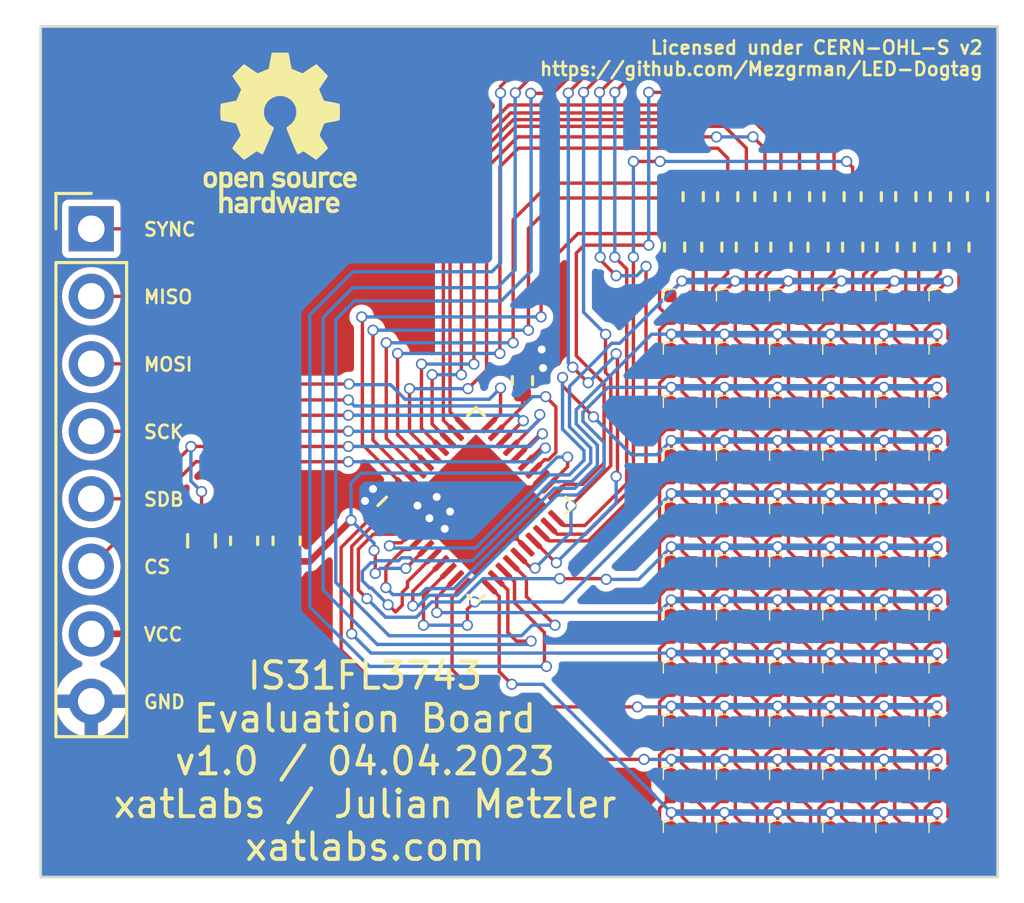
<source format=kicad_pcb>
(kicad_pcb (version 20221018) (generator pcbnew)
  (title_block (title "IS31FL3743B Evaluation") (date "2023-04-04") (rev "1.0") (company "xatLabs") (comment 1 "Julian Metzler"))
  (layers (0 "F.Cu" signal) (31 "B.Cu" signal) (34 "B.Paste" user) (35 "F.Paste" user) (36 "B.SilkS" user "B.Silkscreen") (37 "F.SilkS" user "F.Silkscreen") (38 "B.Mask" user) (39 "F.Mask" user) (44 "Edge.Cuts" user))
  (net 0 "")
  (net 1 "/VCC")
  (net 2 "GND")
  (net 3 "/SDB")
  (net 4 "Net-(D1-A)")
  (net 5 "Net-(D1-RK)")
  (net 6 "Net-(D1-GK)")
  (net 7 "Net-(D1-BK)")
  (net 8 "Net-(D13-A)")
  (net 9 "Net-(D14-A)")
  (net 10 "Net-(D15-A)")
  (net 11 "Net-(D16-A)")
  (net 12 "Net-(D17-A)")
  (net 13 "Net-(D18-A)")
  (net 14 "Net-(D19-A)")
  (net 15 "Net-(D20-A)")
  (net 16 "Net-(D10-A)")
  (net 17 "Net-(D11-A)")
  (net 18 "Net-(D12-RK)")
  (net 19 "Net-(D12-GK)")
  (net 20 "Net-(D12-BK)")
  (net 21 "Net-(D23-RK)")
  (net 22 "Net-(D23-GK)")
  (net 23 "Net-(D23-BK)")
  (net 24 "Net-(D34-RK)")
  (net 25 "Net-(D34-GK)")
  (net 26 "Net-(D34-BK)")
  (net 27 "Net-(D45-RK)")
  (net 28 "Net-(D45-GK)")
  (net 29 "Net-(D45-BK)")
  (net 30 "Net-(D56-RK)")
  (net 31 "Net-(D56-GK)")
  (net 32 "Net-(D56-BK)")
  (net 33 "/MOSI")
  (net 34 "/SCK")
  (net 35 "/CS")
  (net 36 "/MISO")
  (net 37 "/SYNC")
  (net 38 "Net-(U1-CS18)")
  (net 39 "Net-(U1-CS17)")
  (net 40 "Net-(U1-CS16)")
  (net 41 "Net-(U1-CS15)")
  (net 42 "Net-(U1-CS14)")
  (net 43 "Net-(U1-CS13)")
  (net 44 "Net-(U1-CS12)")
  (net 45 "Net-(U1-CS11)")
  (net 46 "Net-(U1-CS10)")
  (net 47 "Net-(U1-CS9)")
  (net 48 "Net-(U1-CS8)")
  (net 49 "Net-(U1-CS7)")
  (net 50 "Net-(U1-CS6)")
  (net 51 "Net-(U1-CS5)")
  (net 52 "Net-(U1-CS4)")
  (net 53 "Net-(U1-CS3)")
  (net 54 "Net-(U1-CS2)")
  (net 55 "Net-(U1-ISET)")
  (net 56 "Net-(U1-CS1)")
  (footprint "Resistor_SMD:R_0402_1005Metric" (layer "F.Cu") (at 137.85 57.4 -90)
    (fp_text reference "R16" hide)
    (fp_text value "20R")
  )
  (footprint "custom:LED_0404" (layer "F.Cu") (at 138.125 81.575)
    (fp_text reference "D55" hide)
    (fp_text value "LED_ARGB" hide)
  )
  (footprint "custom:LED_0404" (layer "F.Cu") (at 144.125 73.575)
    (fp_text reference "D18" hide)
    (fp_text value "LED_ARGB" hide)
  )
  (footprint "custom:LED_0404" (layer "F.Cu") (at 144.125 79.575)
    (fp_text reference "D21" hide)
    (fp_text value "LED_ARGB" hide)
  )
  (footprint "custom:LED_0404" (layer "F.Cu") (at 140.125 65.575)
    (fp_text reference "D36" hide)
    (fp_text value "LED_ARGB" hide)
  )
  (footprint "custom:LED_0404" (layer "F.Cu") (at 140.125 69.575)
    (fp_text reference "D38" hide)
    (fp_text value "LED_ARGB" hide)
  )
  (footprint "custom:LED_0404" (layer "F.Cu") (at 146.125 69.575)
    (fp_text reference "D5" hide)
    (fp_text value "LED_ARGB" hide)
  )
  (footprint "custom:LED_0404" (layer "F.Cu") (at 136.125 73.575)
    (fp_text reference "D62" hide)
    (fp_text value "LED_ARGB" hide)
  )
  (footprint "custom:LED_0404" (layer "F.Cu") (at 142.125 81.575)
    (fp_text reference "D33" hide)
    (fp_text value "LED_ARGB" hide)
  )
  (footprint "custom:LED_0404" (layer "F.Cu") (at 138.125 63.575)
    (fp_text reference "D46" hide)
    (fp_text value "LED_ARGB" hide)
  )
  (footprint "custom:LED_0404" (layer "F.Cu") (at 142.125 63.575)
    (fp_text reference "D24" hide)
    (fp_text value "LED_ARGB" hide)
  )
  (footprint "Resistor_SMD:R_0402_1005Metric" (layer "F.Cu") (at 139.85 59.3 -90)
    (fp_text reference "R13" hide)
    (fp_text value "20R")
  )
  (footprint "custom:LED_0404" (layer "F.Cu") (at 146.125 79.575)
    (fp_text reference "D10" hide)
    (fp_text value "LED_ARGB" hide)
  )
  (footprint "custom:LED_0404" (layer "F.Cu") (at 138.125 65.575)
    (fp_text reference "D47" hide)
    (fp_text value "LED_ARGB" hide)
  )
  (footprint "custom:LED_0404" (layer "F.Cu") (at 140.125 63.575)
    (fp_text reference "D35" hide)
    (fp_text value "LED_ARGB" hide)
  )
  (footprint "Resistor_SMD:R_0402_1005Metric" (layer "F.Cu") (at 143.25 57.4 -90)
    (fp_text reference "R8" hide)
    (fp_text value "20R")
  )
  (footprint "custom:LED_0404" (layer "F.Cu") (at 144.125 81.575)
    (fp_text reference "D22" hide)
    (fp_text value "LED_ARGB" hide)
  )
  (footprint "custom:LED_0404" (layer "F.Cu") (at 142.125 65.575)
    (fp_text reference "D25" hide)
    (fp_text value "LED_ARGB" hide)
  )
  (footprint "custom:LED_0404" (layer "F.Cu") (at 138.125 75.575)
    (fp_text reference "D52" hide)
    (fp_text value "LED_ARGB" hide)
  )
  (footprint "custom:LED_0404" (layer "F.Cu") (at 140.125 81.575)
    (fp_text reference "D44" hide)
    (fp_text value "LED_ARGB" hide)
  )
  (footprint "custom:LED_0404" (layer "F.Cu") (at 142.125 79.575)
    (fp_text reference "D32" hide)
    (fp_text value "LED_ARGB" hide)
  )
  (footprint "custom:LED_0404" (layer "F.Cu") (at 138.125 77.575)
    (fp_text reference "D53" hide)
    (fp_text value "LED_ARGB" hide)
  )
  (footprint "custom:LED_0404" (layer "F.Cu") (at 144.125 67.575)
    (fp_text reference "D15" hide)
    (fp_text value "LED_ARGB" hide)
  )
  (footprint "custom:LED_0404" (layer "F.Cu") (at 142.125 73.575)
    (fp_text reference "D29" hide)
    (fp_text value "LED_ARGB" hide)
  )
  (footprint "custom:LED_0404" (layer "F.Cu") (at 144.125 65.575)
    (fp_text reference "D14" hide)
    (fp_text value "LED_ARGB" hide)
  )
  (footprint "custom:LED_0404" (layer "F.Cu") (at 138.125 67.575)
    (fp_text reference "D48" hide)
    (fp_text value "LED_ARGB" hide)
  )
  (footprint "Resistor_SMD:R_0402_1005Metric" (layer "F.Cu") (at 142.55 59.3 -90)
    (fp_text reference "R7" hide)
    (fp_text value "51R")
  )
  (footprint "Resistor_SMD:R_0402_1005Metric" (layer "F.Cu") (at 141.85 57.4 -90)
    (fp_text reference "R9" hide)
    (fp_text value "20R")
  )
  (footprint "custom:LED_0404" (layer "F.Cu") (at 146.125 75.575)
    (fp_text reference "D8" hide)
    (fp_text value "LED_ARGB" hide)
  )
  (footprint "custom:LED_0404" (layer "F.Cu") (at 142.125 75.575)
    (fp_text reference "D30" hide)
    (fp_text value "LED_ARGB" hide)
  )
  (footprint "custom:LED_0404" (layer "F.Cu") (at 136.125 65.575)
    (fp_text reference "D58" hide)
    (fp_text value "LED_ARGB" hide)
  )
  (footprint "custom:LED_0404" (layer "F.Cu") (at 140.125 61.575)
    (fp_text reference "D34" hide)
    (fp_text value "LED_ARGB" hide)
  )
  (footprint "custom:LED_0404" (layer "F.Cu") (at 146.125 81.575)
    (fp_text reference "D11" hide)
    (fp_text value "LED_ARGB" hide)
  )
  (footprint "custom:LED_0404" (layer "F.Cu") (at 138.125 69.575)
    (fp_text reference "D49" hide)
    (fp_text value "LED_ARGB" hide)
  )
  (footprint "custom:LED_0404" (layer "F.Cu") (at 144.125 63.575)
    (fp_text reference "D13" hide)
    (fp_text value "LED_ARGB" hide)
  )
  (footprint "custom:LED_0404" (layer "F.Cu") (at 138.125 71.575)
    (fp_text reference "D50" hide)
    (fp_text value "LED_ARGB" hide)
  )
  (footprint "custom:LED_0404" (layer "F.Cu") (at 146.125 61.575)
    (fp_text reference "D1" hide)
    (fp_text value "LED_ARGB" hide)
  )
  (footprint "custom:LED_0404" (layer "F.Cu") (at 136.125 69.575)
    (fp_text reference "D60" hide)
    (fp_text value "LED_ARGB" hide)
  )
  (footprint "custom:LED_0404" (layer "F.Cu") (at 140.125 71.575)
    (fp_text reference "D39" hide)
    (fp_text value "LED_ARGB" hide)
  )
  (footprint "custom:LED_0404" (layer "F.Cu") (at 138.125 61.575)
    (fp_text reference "D45" hide)
    (fp_text value "LED_ARGB" hide)
  )
  (footprint "Resistor_SMD:R_0402_1005Metric" (layer "F.Cu") (at 139.25 57.4 -90)
    (fp_text reference "R15" hide)
    (fp_text value "20R")
  )
  (footprint "custom:LED_0404" (layer "F.Cu") (at 138.125 73.575)
    (fp_text reference "D51" hide)
    (fp_text value "LED_ARGB" hide)
  )
  (footprint "Capacitor_SMD:C_0603_1608Metric" (layer "F.Cu") (at 121.25 70.35 90)
    (fp_text reference "C1" hide)
    (fp_text value "1µ")
  )
  (footprint "Resistor_SMD:R_0402_1005Metric" (layer "F.Cu") (at 136.55 57.4 -90)
    (fp_text reference "R17" hide)
    (fp_text value "51R")
  )
  (footprint "Resistor_SMD:R_0402_1005Metric" (layer "F.Cu") (at 140.55 57.4 -90)
    (fp_text reference "R11" hide)
    (fp_text value "51R")
  )
  (footprint "Resistor_SMD:R_0603_1608Metric" (layer "F.Cu") (at 118.05 70.35 -90)
    (fp_text reference "R10" hide)
    (fp_text value "100k")
  )
  (footprint "custom:LED_0404" (layer "F.Cu") (at 144.125 69.575)
    (fp_text reference "D16" hide)
    (fp_text value "LED_ARGB" hide)
  )
  (footprint "custom:LED_0404" (layer "F.Cu") (at 140.125 79.575)
    (fp_text reference "D43" hide)
    (fp_text value "LED_ARGB" hide)
  )
  (footprint "Resistor_SMD:R_0402_1005Metric" (layer "F.Cu") (at 145.25 59.3 -90)
    (fp_text reference "R5" hide)
    (fp_text value "20R")
  )
  (footprint "Resistor_SMD:R_0402_1005Metric" (layer "F.Cu") (at 135.85 59.3 -90)
    (fp_text reference "R20" hide)
    (fp_text value "20R")
  )
  (footprint "custom:LED_0404" (layer "F.Cu") (at 140.125 67.575)
    (fp_text reference "D37" hide)
    (fp_text value "LED_ARGB" hide)
  )
  (footprint "Resistor_SMD:R_0402_1005Metric" (layer "F.Cu") (at 141.25 59.3 -90)
    (fp_text reference "R12" hide)
    (fp_text value "20R")
  )
  (footprint "custom:LED_0404" (layer "F.Cu") (at 144.125 75.575)
    (fp_text reference "D19" hide)
    (fp_text value "LED_ARGB" hide)
  )
  (footprint "custom:LED_0404" (layer "F.Cu") (at 146.125 65.575)
    (fp_text reference "D3" hide)
    (fp_text value "LED_ARGB" hide)
  )
  (footprint "custom:LED_0404" (layer "F.Cu") (at 136.125 79.575)
    (fp_text reference "D65" hide)
    (fp_text value "LED_ARGB" hide)
  )
  (footprint "Capacitor_SMD:C_0603_1608Metric" (layer "F.Cu") (at 119.65 70.35 90)
    (fp_text reference "C2" hide)
    (fp_text value "100n")
  )
  (footprint "Resistor_SMD:R_0402_1005Metric" (layer "F.Cu") (at 137.25 59.3 -90)
    (fp_text reference "R18" hide)
    (fp_text value "20R")
  )
  (footprint "Resistor_SMD:R_0402_1005Metric" (layer "F.Cu") (at 144.55 57.4 -90)
    (fp_text reference "R4" hide)
    (fp_text value "51R")
  )
  (footprint "Resistor_SMD:R_0402_1005Metric" (layer "F.Cu") (at 145.85 57.4 -90)
    (fp_text reference "R3" hide)
    (fp_text value "20R")
  )
  (footprint "custom:LED_0404" (layer "F.Cu") (at 144.125 77.575)
    (fp_text reference "D20" hide)
    (fp_text value "LED_ARGB" hide)
  )
  (footprint "custom:LED_0404" (layer "F.Cu") (at 144.125 61.575)
    (fp_text reference "D12" hide)
    (fp_text value "LED_ARGB" hide)
  )
  (footprint "custom:LED_0404" (layer "F.Cu") (at 136.125 61.575)
    (fp_text reference "D56" hide)
    (fp_text value "LED_ARGB" hide)
  )
  (footprint "custom:LED_0404" (layer "F.Cu") (at 146.125 67.575)
    (fp_text reference "D4" hide)
    (fp_text value "LED_ARGB" hide)
  )
  (footprint "custom:LED_0404" (layer "F.Cu") (at 140.125 73.575)
    (fp_text reference "D40" hide)
    (fp_text value "LED_ARGB" hide)
  )
  (footprint "Symbol:OSHW-Logo_5.7x6mm_SilkScreen" (layer "F.Cu") (at 121 55)
    (fp_text reference "REF**" hide)
    (fp_text value "OSHW-Logo_5.7x6mm_SilkScreen" hide)
  )
  (footprint "custom:LED_0404" (layer "F.Cu") (at 138.125 79.575)
    (fp_text reference "D54" hide)
    (fp_text value "LED_ARGB" hide)
  )
  (footprint "custom:LED_0404" (layer "F.Cu") (at 136.125 75.575)
    (fp_text reference "D63" hide)
    (fp_text value "LED_ARGB" hide)
  )
  (footprint "custom:LED_0404" (layer "F.Cu") (at 136.125 71.575)
    (fp_text reference "D61" hide)
    (fp_text value "LED_ARGB" hide)
  )
  (footprint "custom:LED_0404" (layer "F.Cu") (at 144.125 71.575)
    (fp_text reference "D17" hide)
    (fp_text value "LED_ARGB" hide)
  )
  (footprint "custom:LED_0404" (layer "F.Cu") (at 146.125 73.575)
    (fp_text reference "D7" hide)
    (fp_text value "LED_ARGB" hide)
  )
  (footprint "Resistor_SMD:R_0402_1005Metric" (layer "F.Cu") (at 138.55 59.3 -90)
    (fp_text reference "R14" hide)
    (fp_text value "51R")
  )
  (footprint "custom:LED_0404" (layer "F.Cu") (at 142.125 67.575)
    (fp_text reference "D26" hide)
    (fp_text value "LED_ARGB" hide)
  )
  (footprint "custom:LED_0404" (layer "F.Cu") (at 136.125 81.575)
    (fp_text reference "D66" hide)
    (fp_text value "LED_ARGB" hide)
  )
  (footprint "Resistor_SMD:R_0402_1005Metric" (layer "F.Cu") (at 143.85 59.3 -90)
    (fp_text reference "R6" hide)
    (fp_text value "20R")
  )
  (footprint "custom:LED_0404" (layer "F.Cu") (at 146.125 63.575)
    (fp_text reference "D2" hide)
    (fp_text value "LED_ARGB" hide)
  )
  (footprint "Resistor_SMD:R_0402_1005Metric" (layer "F.Cu") (at 147.25 57.4 -90)
    (fp_text reference "R2" hide)
    (fp_text value "20R")
  )
  (footprint "custom:LED_0404" (layer "F.Cu") (at 142.125 69.575)
    (fp_text reference "D27" hide)
    (fp_text value "LED_ARGB" hide)
  )
  (footprint "custom:LED_0404" (layer "F.Cu") (at 140.125 75.575)
    (fp_text reference "D41" hide)
    (fp_text value "LED_ARGB" hide)
  )
  (footprint "custom:LED_0404" (layer "F.Cu") (at 146.125 77.575)
    (fp_text reference "D9" hide)
    (fp_text value "LED_ARGB" hide)
  )
  (footprint "custom:LED_0404" (layer "F.Cu") (at 136.125 63.575)
    (fp_text reference "D57" hide)
    (fp_text value "LED_ARGB" hide)
  )
  (footprint "custom:LED_0404" (layer "F.Cu") (at 142.125 77.575)
    (fp_text reference "D31" hide)
    (fp_text value "LED_ARGB" hide)
  )
  (footprint "custom:LED_0404" (layer "F.Cu") (at 140.125 77.575)
    (fp_text reference "D42" hide)
    (fp_text value "LED_ARGB" hide)
  )
  (footprint "Resistor_SMD:R_0402_1005Metric" (layer "F.Cu") (at 146.55 59.3 -90)
    (fp_text reference "R1" hide)
    (fp_text value "51R")
  )
  (footprint "custom:LED_0404" (layer "F.Cu") (at 142.125 61.575)
    (fp_text reference "D23" hide)
    (fp_text value "LED_ARGB" hide)
  )
  (footprint "Connector_PinHeader_2.54mm:PinHeader_1x08_P2.54mm_Vertical" (layer "F.Cu") (at 113.9 58.61)
    (fp_text reference "J1" hide)
    (fp_text value "Interface")
  )
  (footprint "custom:LED_0404" (layer "F.Cu") (at 136.125 67.575)
    (fp_text reference "D59" hide)
    (fp_text value "LED_ARGB" hide)
  )
  (footprint "Resistor_SMD:R_0402_1005Metric" (layer "F.Cu") (at 130.125 64.325 90)
    (fp_text reference "R19" hide)
    (fp_text value "10k")
  )
  (footprint "custom:LED_0404" (layer "F.Cu") (at 142.125 71.575)
    (fp_text reference "D28" hide)
    (fp_text value "LED_ARGB" hide)
  )
  (footprint "custom:LED_0404" (layer "F.Cu") (at 146.125 71.575)
    (fp_text reference "D6" hide)
    (fp_text value "LED_ARGB" hide)
  )
  (footprint "custom:LED_0404" (layer "F.Cu") (at 136.125 77.575)
    (fp_text reference "D64" hide)
    (fp_text value "LED_ARGB" hide)
  )
  (footprint "Package_DFN_QFN:UQFN-40-1EP_5x5mm_P0.4mm_EP3.8x3.8mm" (layer "F.Cu") (at 128.378949 69.025 45)
    (fp_text reference "U1" hide)
    (fp_text value "IS31FL3743B")
  )
  (gr_line (start 112 51) (end 148 51) (stroke (width 0.1)) (layer "Edge.Cuts"))
  (gr_line (start 112 83) (end 112 51) (stroke (width 0.1)) (layer "Edge.Cuts"))
  (gr_line (start 148 51) (end 148 83) (stroke (width 0.1)) (layer "Edge.Cuts"))
  (gr_line (start 148 83) (end 112 83) (stroke (width 0.1)) (layer "Edge.Cuts"))
  (gr_text "SCK" (at 115.824 66.548) (layer "F.SilkS") (effects (font (size 0.5 0.5) (thickness 0.1) bold) (justify left bottom)))
  (gr_text "MISO" (at 115.824 61.468) (layer "F.SilkS") (effects (font (size 0.5 0.5) (thickness 0.1) bold) (justify left bottom)))
  (gr_text "VCC" (at 115.824 74.168) (layer "F.SilkS") (effects (font (size 0.5 0.5) (thickness 0.1) bold) (justify left bottom)))
  (gr_text "Licensed under CERN-OHL-S v2\nhttps://github.com/Mezgrman/LED-Dogtag" (at 147.5 51.5) (layer "F.SilkS") (effects (font (size 0.5 0.5) (thickness 0.1) bold) (justify right top)))
  (gr_text "IS31FL3743\nEvaluation Board\nv1.0 / 04.04.2023\nxatLabs / Julian Metzler\nxatlabs.com" (at 124.2 82.45) (layer "F.SilkS") (effects (font (size 1 1)) (justify bottom)))
  (gr_text "GND" (at 115.824 76.708) (layer "F.SilkS") (effects (font (size 0.5 0.5) (thickness 0.1) bold) (justify left bottom)))
  (gr_text "SYNC" (at 115.824 58.928) (layer "F.SilkS") (effects (font (size 0.5 0.5) (thickness 0.1) bold) (justify left bottom)))
  (gr_text "SDB" (at 115.824 69.088) (layer "F.SilkS") (effects (font (size 0.5 0.5) (thickness 0.1) bold) (justify left bottom)))
  (gr_text "MOSI" (at 115.824 64.008) (layer "F.SilkS") (effects (font (size 0.5 0.5) (thickness 0.1) bold) (justify left bottom)))
  (gr_text "CS" (at 115.824 71.628) (layer "F.SilkS") (effects (font (size 0.5 0.5) (thickness 0.1) bold) (justify left bottom)))
  (segment (start 122.125 71.125) (end 123.675 69.575) (width 0.25) (layer "F.Cu") (net 1))
  (segment (start 119.65 71.9) (end 119.65 71.125) (width 0.25) (layer "F.Cu") (net 1))
  (segment (start 126.487438 70.636496) (end 125.736967 71.386967) (width 0.127) (layer "F.Cu") (net 1))
  (segment (start 119.65 71.125) (end 121.25 71.125) (width 0.25) (layer "F.Cu") (net 1))
  (segment (start 121.25 71.125) (end 122.125 71.125) (width 0.25) (layer "F.Cu") (net 1))
  (segment (start 124.587319 71.575) (end 124.587319 70.761861) (width 0.127) (layer "F.Cu") (net 1))
  (segment (start 126.487438 70.633668) (end 126.487438 70.636496) (width 0.127) (layer "F.Cu") (net 1))
  (segment (start 113.9 73.85) (end 117.7 73.85) (width 0.25) (layer "F.Cu") (net 1))
  (segment (start 117.7 73.85) (end 119.65 71.9) (width 0.25) (layer "F.Cu") (net 1))
  (segment (start 124.587319 70.761861) (end 124.540793 70.715335) (width 0.127) (layer "F.Cu") (net 1))
  (segment (start 131.825 67.558848) (end 131.825 67.2) (width 0.127) (layer "F.Cu") (net 1))
  (segment (start 131.118988 68.26486) (end 131.825 67.558848) (width 0.127) (layer "F.Cu") (net 1))
  (via (at 131.825 67.2) (size 0.42) (drill 0.3) (layers "F.Cu" "B.Cu") (net 1))
  (via (at 125.736967 71.386967) (size 0.42) (drill 0.3) (layers "F.Cu" "B.Cu") (net 1))
  (via (at 123.675 69.575) (size 0.42) (drill 0.3) (layers "F.Cu" "B.Cu") (net 1))
  (via (at 124.540793 70.715335) (size 0.42) (drill 0.3) (layers "F.Cu" "B.Cu") (net 1))
  (via (at 124.587319 71.575) (size 0.42) (drill 0.3) (layers "F.Cu" "B.Cu") (net 1))
  (segment (start 124.0485 67.8015) (end 123.675 68.175) (width 0.127) (layer "B.Cu") (net 1))
  (segment (start 130.830025 67.8015) (end 124.0485 67.8015) (width 0.127) (layer "B.Cu") (net 1))
  (segment (start 124.540793 70.715335) (end 124.540793 70.440793) (width 0.127) (layer "B.Cu") (net 1))
  (segment (start 124.540793 70.440793) (end 123.675 69.575) (width 0.127) (layer "B.Cu") (net 1))
  (segment (start 123.675 68.175) (end 123.675 69.575) (width 0.127) (layer "B.Cu") (net 1))
  (segment (start 124.775352 71.386967) (end 124.587319 71.575) (width 0.127) (layer "B.Cu") (net 1))
  (segment (start 125.736967 71.386967) (end 124.775352 71.386967) (width 0.127) (layer "B.Cu") (net 1))
  (segment (start 131.825 67.2) (end 131.431525 67.2) (width 0.127) (layer "B.Cu") (net 1))
  (segment (start 131.431525 67.2) (end 130.830025 67.8015) (width 0.127) (layer "B.Cu") (net 1))
  (segment (start 130.27046 70.633668) (end 128.661792 69.025) (width 0.127) (layer "F.Cu") (net 2))
  (segment (start 129.275 68.9) (end 129.15 69.025) (width 0.127) (layer "F.Cu") (net 2))
  (segment (start 129.793162 69.025) (end 129.4 69.025) (width 0.127) (layer "F.Cu") (net 2))
  (segment (start 128.661792 69.025) (end 128.378949 69.025) (width 0.127) (layer "F.Cu") (net 2))
  (segment (start 129.4 69.025) (end 129.275 68.9) (width 0.127) (layer "F.Cu") (net 2))
  (segment (start 130.836145 67.982017) (end 129.793162 69.025) (width 0.127) (layer "F.Cu") (net 2))
  (segment (start 129.15 69.025) (end 128.378949 69.025) (width 0.127) (layer "F.Cu") (net 2))
  (via (at 130.85 63.15) (size 0.42) (drill 0.3) (layers "F.Cu" "B.Cu") (net 2))
  (via (at 124.5 68.4) (size 0.42) (drill 0.3) (layers "F.Cu" "B.Cu") (net 2))
  (via (at 124.2 68.85) (size 0.42) (drill 0.3) (layers "F.Cu" "B.Cu") (net 2))
  (via (at 127.2 69.9) (size 0.42) (drill 0.3) (layers "F.Cu" "B.Cu") (net 2))
  (via (at 127.4 69.25) (size 0.42) (drill 0.3) (layers "F.Cu" "B.Cu") (net 2))
  (via (at 126.175 69.025) (size 0.42) (drill 0.3) (layers "F.Cu" "B.Cu") (net 2))
  (via (at 130.9 63.85) (size 0.42) (drill 0.3) (layers "F.Cu" "B.Cu") (net 2))
  (via (at 126.9 68.7) (size 0.42) (drill 0.3) (layers "F.Cu" "B.Cu") (net 2))
  (via (at 126.625 69.5) (size 0.42) (drill 0.3) (layers "F.Cu" "B.Cu") (net 2))
  (segment (start 130.796106 66.325) (end 129.987617 67.133489) (width 0.127) (layer "F.Cu") (net 3))
  (segment (start 118.05 68.5) (end 118.05 69.525) (width 0.127) (layer "F.Cu") (net 3))
  (segment (start 117.65 66.8) (end 123.575 66.8) (width 0.127) (layer "F.Cu") (net 3))
  (segment (start 113.9 68.77) (end 115.68 68.77) (width 0.127) (layer "F.Cu") (net 3))
  (segment (start 115.68 68.77) (end 117.65 66.8) (width 0.127) (layer "F.Cu") (net 3))
  (segment (start 130.875 66.325) (end 130.796106 66.325) (width 0.127) (layer "F.Cu") (net 3))
  (via (at 117.65 66.8) (size 0.42) (drill 0.3) (layers "F.Cu" "B.Cu") (net 3))
  (via (at 130.875 66.325) (size 0.42) (drill 0.3) (layers "F.Cu" "B.Cu") (net 3))
  (via (at 123.575 66.8) (size 0.42) (drill 0.3) (layers "F.Cu" "B.Cu") (net 3))
  (via (at 118.05 68.5) (size 0.42) (drill 0.3) (layers "F.Cu" "B.Cu") (net 3))
  (segment (start 117.65 68.1) (end 117.65 66.8) (width 0.127) (layer "B.Cu") (net 3))
  (segment (start 130.875 66.325) (end 130.4 66.8) (width 0.127) (layer "B.Cu") (net 3))
  (segment (start 118.05 68.5) (end 117.65 68.1) (width 0.127) (layer "B.Cu") (net 3))
  (segment (start 130.4 66.8) (end 123.575 66.8) (width 0.127) (layer "B.Cu") (net 3))
  (segment (start 125.799211 71.887581) (end 126.770281 70.916511) (width 0.127) (layer "F.Cu") (net 4))
  (segment (start 135.7 61) (end 136.125 60.575) (width 0.127) (layer "F.Cu") (net 4))
  (segment (start 143.7 61) (end 144.125 60.575) (width 0.127) (layer "F.Cu") (net 4))
  (segment (start 125.601789 72.294306) (end 125.799211 72.096884) (width 0.127) (layer "F.Cu") (net 4))
  (segment (start 125.350001 73.025) (end 125.601789 72.773211) (width 0.127) (layer "F.Cu") (net 4))
  (segment (start 125.069929 72.757071) (end 125.082072 72.757071) (width 0.127) (layer "F.Cu") (net 4))
  (segment (start 137.7 61.15) (end 137.7 61) (width 0.127) (layer "F.Cu") (net 4))
  (segment (start 139.7 61) (end 140.125 60.575) (width 0.127) (layer "F.Cu") (net 4))
  (segment (start 125.082072 72.757071) (end 125.350001 73.025) (width 0.127) (layer "F.Cu") (net 4))
  (segment (start 141.7 61.15) (end 141.7 61) (width 0.127) (layer "F.Cu") (net 4))
  (segment (start 145.7 61) (end 146.125 60.575) (width 0.127) (layer "F.Cu") (net 4))
  (segment (start 139.7 61.15) (end 139.7 61) (width 0.127) (layer "F.Cu") (net 4))
  (segment (start 141.7 61) (end 142.125 60.575) (width 0.127) (layer "F.Cu") (net 4))
  (segment (start 145.7 61.15) (end 145.7 61) (width 0.127) (layer "F.Cu") (net 4))
  (segment (start 135.7 61.15) (end 135.7 61) (width 0.127) (layer "F.Cu") (net 4))
  (segment (start 125.799211 72.096884) (end 125.799211 71.887581) (width 0.127) (layer "F.Cu") (net 4))
  (segment (start 125.601789 72.773211) (end 125.601789 72.294306) (width 0.127) (layer "F.Cu") (net 4))
  (segment (start 137.7 61) (end 138.125 60.575) (width 0.127) (layer "F.Cu") (net 4))
  (segment (start 143.7 61.15) (end 143.7 61) (width 0.127) (layer "F.Cu") (net 4))
  (via (at 146.125 60.575) (size 0.42) (drill 0.3) (layers "F.Cu" "B.Cu") (net 4))
  (via (at 136.125 60.575) (size 0.42) (drill 0.3) (layers "F.Cu" "B.Cu") (net 4))
  (via (at 138.125 60.575) (size 0.42) (drill 0.3) (layers "F.Cu" "B.Cu") (net 4))
  (via (at 125.069929 72.757071) (size 0.42) (drill 0.3) (layers "F.Cu" "B.Cu") (net 4))
  (via (at 140.125 60.575) (size 0.42) (drill 0.3) (layers "F.Cu" "B.Cu") (net 4))
  (via (at 144.125 60.575) (size 0.42) (drill 0.3) (layers "F.Cu" "B.Cu") (net 4))
  (via (at 142.125 60.575) (size 0.42) (drill 0.3) (layers "F.Cu" "B.Cu") (net 4))
  (segment (start 140.125 60.575) (end 138.125 60.575) (width 0.25) (layer "B.Cu") (net 4))
  (segment (start 124.1 71.85) (end 124.1 71.498754) (width 0.127) (layer "B.Cu") (net 4))
  (segment (start 144.125 60.575) (end 142.125 60.575) (width 0.25) (layer "B.Cu") (net 4))
  (segment (start 124.1 71.498754) (end 124.422254 71.1765) (width 0.127) (layer "B.Cu") (net 4))
  (segment (start 124.422254 71.1765) (end 124.566457 71.1765) (width 0.127) (layer "B.Cu") (net 4))
  (segment (start 133.785643 62.914357) (end 136.125 60.575) (width 0.127) (layer "B.Cu") (net 4))
  (segment (start 133.484935 62.914357) (end 133.785643 62.914357) (width 0.127) (layer "B.Cu") (net 4))
  (segment (start 128.244289 71.1) (end 131.221789 68.1225) (width 0.127) (layer "B.Cu") (net 4))
  (segment (start 142.125 60.575) (end 140.125 60.575) (width 0.25) (layer "B.Cu") (net 4))
  (segment (start 146.125 60.575) (end 144.125 60.575) (width 0.25) (layer "B.Cu") (net 4))
  (segment (start 132.6925 66.855633) (end 131.8955 66.058633) (width 0.127) (layer "B.Cu") (net 4))
  (segment (start 125.069929 72.757071) (end 124.439358 72.1265) (width 0.127) (layer "B.Cu") (net 4))
  (segment (start 126.013565 71.1) (end 128.244289 71.1) (width 0.127) (layer "B.Cu") (net 4))
  (segment (start 124.439358 72.1265) (end 124.3765 72.1265) (width 0.127) (layer "B.Cu") (net 4))
  (segment (start 133.2515 63.147792) (end 133.484935 62.914357) (width 0.127) (layer "B.Cu") (net 4))
  (segment (start 124.3765 72.1265) (end 124.1 71.85) (width 0.127) (layer "B.Cu") (net 4))
  (segment (start 131.8955 64.540934) (end 133.2515 63.184934) (width 0.127) (layer "B.Cu") (net 4))
  (segment (start 125.902032 70.988467) (end 126.013565 71.1) (width 0.127) (layer "B.Cu") (net 4))
  (segment (start 131.8955 66.058633) (end 131.8955 64.540934) (width 0.127) (layer "B.Cu") (net 4))
  (segment (start 124.642957 71.1) (end 125.460369 71.1) (width 0.127) (layer "B.Cu") (net 4))
  (segment (start 133.2515 63.184934) (end 133.2515 63.147792) (width 0.127) (layer "B.Cu") (net 4))
  (segment (start 124.566457 71.1765) (end 124.642957 71.1) (width 0.127) (layer "B.Cu") (net 4))
  (segment (start 125.571902 70.988467) (end 125.902032 70.988467) (width 0.127) (layer "B.Cu") (net 4))
  (segment (start 125.460369 71.1) (end 125.571902 70.988467) (width 0.127) (layer "B.Cu") (net 4))
  (segment (start 131.221789 68.1225) (end 131.989736 68.1225) (width 0.127) (layer "B.Cu") (net 4))
  (segment (start 131.989736 68.1225) (end 132.6925 67.419736) (width 0.127) (layer "B.Cu") (net 4))
  (segment (start 132.6925 67.419736) (end 132.6925 66.855633) (width 0.127) (layer "B.Cu") (net 4))
  (segment (start 136.125 60.575) (end 138.125 60.575) (width 0.25) (layer "B.Cu") (net 4))
  (segment (start 146.55 71.15) (end 146.1345 71.5655) (width 0.127) (layer "F.Cu") (net 5))
  (segment (start 146.55 73.15) (end 146.1345 73.5655) (width 0.127) (layer "F.Cu") (net 5))
  (segment (start 146.1345 63.5655) (end 146.1345 64.7345) (width 0.127) (layer "F.Cu") (net 5))
  (segment (start 146.1345 73.5655) (end 146.1345 74.7345) (width 0.127) (layer "F.Cu") (net 5))
  (segment (start 146.55 59.81) (end 146.55 61.15) (width 0.127) (layer "F.Cu") (net 5))
  (segment (start 146.1345 70.7345) (end 146.55 71.15) (width 0.127) (layer "F.Cu") (net 5))
  (segment (start 146.1345 76.7345) (end 146.55 77.15) (width 0.127) (layer "F.Cu") (net 5))
  (segment (start 146.1345 65.5655) (end 146.1345 66.7345) (width 0.127) (layer "F.Cu") (net 5))
  (segment (start 146.1345 69.5655) (end 146.1345 70.7345) (width 0.127) (layer "F.Cu") (net 5))
  (segment (start 146.1345 68.7345) (end 146.55 69.15) (width 0.127) (layer "F.Cu") (net 5))
  (segment (start 146.1345 61.5655) (end 146.1345 62.7345) (width 0.127) (layer "F.Cu") (net 5))
  (segment (start 146.1345 80.7345) (end 146.55 81.15) (width 0.127) (layer "F.Cu") (net 5))
  (segment (start 146.1345 77.5655) (end 146.1345 78.7345) (width 0.127) (layer "F.Cu") (net 5))
  (segment (start 146.55 63.15) (end 146.1345 63.5655) (width 0.127) (layer "F.Cu") (net 5))
  (segment (start 146.1345 66.7345) (end 146.55 67.15) (width 0.127) (layer "F.Cu") (net 5))
  (segment (start 146.55 69.15) (end 146.1345 69.5655) (width 0.127) (layer "F.Cu") (net 5))
  (segment (start 146.55 79.15) (end 146.1345 79.5655) (width 0.127) (layer "F.Cu") (net 5))
  (segment (start 146.1345 74.7345) (end 146.55 75.15) (width 0.127) (layer "F.Cu") (net 5))
  (segment (start 146.1345 71.5655) (end 146.1345 72.7345) (width 0.127) (layer "F.Cu") (net 5))
  (segment (start 146.1345 79.5655) (end 146.1345 80.7345) (width 0.127) (layer "F.Cu") (net 5))
  (segment (start 146.55 77.15) (end 146.1345 77.5655) (width 0.127) (layer "F.Cu") (net 5))
  (segment (start 146.55 75.15) (end 146.1345 75.5655) (width 0.127) (layer "F.Cu") (net 5))
  (segment (start 146.1345 62.7345) (end 146.55 63.15) (width 0.127) (layer "F.Cu") (net 5))
  (segment (start 146.1345 78.7345) (end 146.55 79.15) (width 0.127) (layer "F.Cu") (net 5))
  (segment (start 146.1345 67.5655) (end 146.1345 68.7345) (width 0.127) (layer "F.Cu") (net 5))
  (segment (start 146.55 65.15) (end 146.1345 65.5655) (width 0.127) (layer "F.Cu") (net 5))
  (segment (start 146.1345 72.7345) (end 146.55 73.15) (width 0.127) (layer "F.Cu") (net 5))
  (segment (start 146.55 61.15) (end 146.1345 61.5655) (width 0.127) (layer "F.Cu") (net 5))
  (segment (start 146.1345 64.7345) (end 146.55 65.15) (width 0.127) (layer "F.Cu") (net 5))
  (segment (start 146.1345 75.5655) (end 146.1345 76.7345) (width 0.127) (layer "F.Cu") (net 5))
  (segment (start 146.55 67.15) (end 146.1345 67.5655) (width 0.127) (layer "F.Cu") (net 5))
  (segment (start 146.9655 77.5845) (end 146.9655 76.4155) (width 0.127) (layer "F.Cu") (net 6))
  (segment (start 146.55 72) (end 146.9655 71.5845) (width 0.127) (layer "F.Cu") (net 6))
  (segment (start 146.9655 62.4155) (end 146.55 62) (width 0.127) (layer "F.Cu") (net 6))
  (segment (start 147.25 57.91) (end 147.25 61.3) (width 0.127) (layer "F.Cu") (net 6))
  (segment (start 146.55 76) (end 146.9655 75.5845) (width 0.127) (layer "F.Cu") (net 6))
  (segment (start 146.9655 76.4155) (end 146.55 76) (width 0.127) (layer "F.Cu") (net 6))
  (segment (start 146.9655 65.5845) (end 146.9655 64.4155) (width 0.127) (layer "F.Cu") (net 6))
  (segment (start 146.9655 64.4155) (end 146.55 64) (width 0.127) (layer "F.Cu") (net 6))
  (segment (start 146.9655 78.4155) (end 146.55 78) (width 0.127) (layer "F.Cu") (net 6))
  (segment (start 146.55 74) (end 146.9655 73.5845) (width 0.127) (layer "F.Cu") (net 6))
  (segment (start 146.55 68) (end 146.9655 67.5845) (width 0.127) (layer "F.Cu") (net 6))
  (segment (start 146.55 70) (end 146.9655 69.5845) (width 0.127) (layer "F.Cu") (net 6))
  (segment (start 146.55 66) (end 146.9655 65.5845) (width 0.127) (layer "F.Cu") (net 6))
  (segment (start 146.9655 80.4155) (end 146.55 80) (width 0.127) (layer "F.Cu") (net 6))
  (segment (start 146.55 64) (end 146.9655 63.5845) (width 0.127) (layer "F.Cu") (net 6))
  (segment (start 146.9655 74.4155) (end 146.55 74) (width 0.127) (layer "F.Cu") (net 6))
  (segment (start 147.25 61.3) (end 146.55 62) (width 0.127) (layer "F.Cu") (net 6))
  (segment (start 146.9655 72.4155) (end 146.55 72) (width 0.127) (layer "F.Cu") (net 6))
  (segment (start 146.9655 79.5845) (end 146.9655 78.4155) (width 0.127) (layer "F.Cu") (net 6))
  (segment (start 146.9655 68.4155) (end 146.55 68) (width 0.127) (layer "F.Cu") (net 6))
  (segment (start 146.55 82) (end 146.9655 81.5845) (width 0.127) (layer "F.Cu") (net 6))
  (segment (start 146.55 80) (end 146.9655 79.5845) (width 0.127) (layer "F.Cu") (net 6))
  (segment (start 146.9655 75.5845) (end 146.9655 74.4155) (width 0.127) (layer "F.Cu") (net 6))
  (segment (start 146.9655 63.5845) (end 146.9655 62.4155) (width 0.127) (layer "F.Cu") (net 6))
  (segment (start 146.9655 73.5845) (end 146.9655 72.4155) (width 0.127) (layer "F.Cu") (net 6))
  (segment (start 146.9655 67.5845) (end 146.9655 66.4155) (width 0.127) (layer "F.Cu") (net 6))
  (segment (start 146.55 78) (end 146.9655 77.5845) (width 0.127) (layer "F.Cu") (net 6))
  (segment (start 146.9655 71.5845) (end 146.9655 70.4155) (width 0.127) (layer "F.Cu") (net 6))
  (segment (start 146.9655 70.4155) (end 146.55 70) (width 0.127) (layer "F.Cu") (net 6))
  (segment (start 146.9655 66.4155) (end 146.55 66) (width 0.127) (layer "F.Cu") (net 6))
  (segment (start 146.9655 81.5845) (end 146.9655 80.4155) (width 0.127) (layer "F.Cu") (net 6))
  (segment (start 146.9655 69.5845) (end 146.9655 68.4155) (width 0.127) (layer "F.Cu") (net 6))
  (segment (start 145.2845 71.5845) (end 145.7 72) (width 0.127) (layer "F.Cu") (net 7))
  (segment (start 145.85 57.91) (end 145.85 60.286435) (width 0.127) (layer "F.Cu") (net 7))
  (segment (start 145.2845 79.5845) (end 145.7 80) (width 0.127) (layer "F.Cu") (net 7))
  (segment (start 145.2845 72.4155) (end 145.2845 73.5845) (width 0.127) (layer "F.Cu") (net 7))
  (segment (start 145.2845 62.4155) (end 145.2845 63.5845) (width 0.127) (layer "F.Cu") (net 7))
  (segment (start 145.7 80) (end 145.2845 80.4155) (width 0.127) (layer "F.Cu") (net 7))
  (segment (start 145.7 74) (end 145.2845 74.4155) (width 0.127) (layer "F.Cu") (net 7))
  (segment (start 145.2845 67.5845) (end 145.7 68) (width 0.127) (layer "F.Cu") (net 7))
  (segment (start 145.2845 66.4155) (end 145.2845 67.5845) (width 0.127) (layer "F.Cu") (net 7))
  (segment (start 145.7 62) (end 145.2845 62.4155) (width 0.127) (layer "F.Cu") (net 7))
  (segment (start 145.7 66) (end 145.2845 66.4155) (width 0.127) (layer "F.Cu") (net 7))
  (segment (start 145.2845 69.5845) (end 145.7 70) (width 0.127) (layer "F.Cu") (net 7))
  (segment (start 145.7 78) (end 145.2845 78.4155) (width 0.127) (layer "F.Cu") (net 7))
  (segment (start 145.2845 81.5845) (end 145.7 82) (width 0.127) (layer "F.Cu") (net 7))
  (segment (start 145.2845 74.4155) (end 145.2845 75.5845) (width 0.127) (layer "F.Cu") (net 7))
  (segment (start 145.2845 65.5845) (end 145.7 66) (width 0.127) (layer "F.Cu") (net 7))
  (segment (start 145.2865 60.849935) (end 145.2865 61.5865) (width 0.127) (layer "F.Cu") (net 7))
  (segment (start 145.7 68) (end 145.2845 68.4155) (width 0.127) (layer "F.Cu") (net 7))
  (segment (start 145.2845 70.4155) (end 145.2845 71.5845) (width 0.127) (layer "F.Cu") (net 7))
  (segment (start 145.2845 76.4155) (end 145.2845 77.5845) (width 0.127) (layer "F.Cu") (net 7))
  (segment (start 145.85 60.286435) (end 145.2865 60.849935) (width 0.127) (layer "F.Cu") (net 7))
  (segment (start 145.2845 64.4155) (end 145.2845 65.5845) (width 0.127) (layer "F.Cu") (net 7))
  (segment (start 145.7 64) (end 145.2845 64.4155) (width 0.127) (layer "F.Cu") (net 7))
  (segment (start 145.2845 68.4155) (end 145.2845 69.5845) (width 0.127) (layer "F.Cu") (net 7))
  (segment (start 145.2845 80.4155) (end 145.2845 81.5845) (width 0.127) (layer "F.Cu") (net 7))
  (segment (start 145.2845 63.5845) (end 145.7 64) (width 0.127) (layer "F.Cu") (net 7))
  (segment (start 145.7 76) (end 145.2845 76.4155) (width 0.127) (layer "F.Cu") (net 7))
  (segment (start 145.2845 78.4155) (end 145.2845 79.5845) (width 0.127) (layer "F.Cu") (net 7))
  (segment (start 145.7 72) (end 145.2845 72.4155) (width 0.127) (layer "F.Cu") (net 7))
  (segment (start 145.2845 73.5845) (end 145.7 74) (width 0.127) (layer "F.Cu") (net 7))
  (segment (start 145.2845 77.5845) (end 145.7 78) (width 0.127) (layer "F.Cu") (net 7))
  (segment (start 145.7 70) (end 145.2845 70.4155) (width 0.127) (layer "F.Cu") (net 7))
  (segment (start 145.2845 75.5845) (end 145.7 76) (width 0.127) (layer "F.Cu") (net 7))
  (segment (start 145.2865 61.5865) (end 145.7 62) (width 0.127) (layer "F.Cu") (net 7))
  (segment (start 135.7 63.15) (end 135.725 63.125) (width 0.127) (layer "F.Cu") (net 8))
  (segment (start 139.725 63.125) (end 139.725 62.575) (width 0.127) (layer "F.Cu") (net 8))
  (segment (start 145.725 63.125) (end 145.725 62.575) (width 0.127) (layer "F.Cu") (net 8))
  (segment (start 125.880421 70.675) (end 126.204596 70.350825) (width 0.127) (layer "F.Cu") (net 8))
  (segment (start 137.7 63.15) (end 137.725 63.125) (width 0.127) (layer "F.Cu") (net 8))
  (segment (start 137.725 63.125) (end 137.725 62.575) (width 0.127) (layer "F.Cu") (net 8))
  (segment (start 143.725 63.125) (end 143.725 62.575) (width 0.127) (layer "F.Cu") (net 8))
  (segment (start 125.65 70.675) (end 125.880421 70.675) (width 0.127) (layer "F.Cu") (net 8))
  (segment (start 141.7 63.15) (end 141.725 63.125) (width 0.127) (layer "F.Cu") (net 8))
  (segment (start 141.725 63.125) (end 141.725 62.575) (width 0.127) (layer "F.Cu") (net 8))
  (segment (start 124.985319 71.339681) (end 125.65 70.675) (width 0.127) (layer "F.Cu") (net 8))
  (segment (start 139.7 63.15) (end 139.725 63.125) (width 0.127) (layer "F.Cu") (net 8))
  (segment (start 145.7 63.15) (end 145.725 63.125) (width 0.127) (layer "F.Cu") (net 8))
  (segment (start 135.725 63.125) (end 135.725 62.575) (width 0.127) (layer "F.Cu") (net 8))
  (segment (start 124.985319 72.109603) (end 124.985319 71.339681) (width 0.127) (layer "F.Cu") (net 8))
  (segment (start 143.7 63.15) (end 143.725 63.125) (width 0.127) (layer "F.Cu") (net 8))
  (via (at 145.725 62.575) (size 0.42) (drill 0.3) (layers "F.Cu" "B.Cu") (net 8))
  (via (at 141.725 62.575) (size 0.42) (drill 0.3) (layers "F.Cu" "B.Cu") (net 8))
  (via (at 139.725 62.575) (size 0.42) (drill 0.3) (layers "F.Cu" "B.Cu") (net 8))
  (via (at 124.985319 72.109603) (size 0.42) (drill 0.3) (layers "F.Cu" "B.Cu") (net 8))
  (via (at 137.725 62.575) (size 0.42) (drill 0.3) (layers "F.Cu" "B.Cu") (net 8))
  (via (at 143.725 62.575) (size 0.42) (drill 0.3) (layers "F.Cu" "B.Cu") (net 8))
  (via (at 135.725 62.575) (size 0.42) (drill 0.3) (layers "F.Cu" "B.Cu") (net 8))
  (segment (start 139.725 62.575) (end 141.725 62.575) (width 0.25) (layer "B.Cu") (net 8))
  (segment (start 134.988565 62.575) (end 135.725 62.575) (width 0.127) (layer "B.Cu") (net 8))
  (segment (start 132.9445 67.524118) (end 132.9445 66.751251) (width 0.127) (layer "B.Cu") (net 8))
  (segment (start 141.725 62.575) (end 143.725 62.575) (width 0.25) (layer "B.Cu") (net 8))
  (segment (start 124.985319 72.109603) (end 125.250716 72.375) (width 0.127) (layer "B.Cu") (net 8))
  (segment (start 132.9445 66.751251) (end 132.1475 65.954251) (width 0.127) (layer "B.Cu") (net 8))
  (segment (start 143.725 62.575) (end 145.725 62.575) (width 0.25) (layer "B.Cu") (net 8))
  (segment (start 127.553171 72.1475) (end 131.326171 68.3745) (width 0.127) (layer "B.Cu") (net 8))
  (segment (start 135.725 62.575) (end 137.725 62.575) (width 0.25) (layer "B.Cu") (net 8))
  (segment (start 125.250716 72.375) (end 126.273671 72.375) (width 0.127) (layer "B.Cu") (net 8))
  (segment (start 137.725 62.575) (end 139.725 62.575) (width 0.25) (layer "B.Cu") (net 8))
  (segment (start 132.094118 68.3745) (end 132.9445 67.524118) (width 0.127) (layer "B.Cu") (net 8))
  (segment (start 131.326171 68.3745) (end 132.094118 68.3745) (width 0.127) (layer "B.Cu") (net 8))
  (segment (start 126.501171 72.1475) (end 127.553171 72.1475) (width 0.127) (layer "B.Cu") (net 8))
  (segment (start 132.1475 65.416065) (end 134.988565 62.575) (width 0.127) (layer "B.Cu") (net 8))
  (segment (start 132.1475 65.954251) (end 132.1475 65.416065) (width 0.127) (layer "B.Cu") (net 8))
  (segment (start 126.273671 72.375) (end 126.501171 72.1475) (width 0.127) (layer "B.Cu") (net 8))
  (segment (start 126.000289 72.798289) (end 126.000289 72.252188) (width 0.127) (layer "F.Cu") (net 9))
  (segment (start 139.725 65.125) (end 139.725 64.575) (width 0.127) (layer "F.Cu") (net 9))
  (segment (start 145.7 65.15) (end 145.725 65.125) (width 0.127) (layer "F.Cu") (net 9))
  (segment (start 143.725 65.125) (end 143.725 64.575) (width 0.127) (layer "F.Cu") (net 9))
  (segment (start 141.7 65.15) (end 141.725 65.125) (width 0.127) (layer "F.Cu") (net 9))
  (segment (start 126.000289 72.252188) (end 127.053124 71.199353) (width 0.127) (layer "F.Cu") (net 9))
  (segment (start 135.7 65.15) (end 135.725 65.125) (width 0.127) (layer "F.Cu") (net 9))
  (segment (start 141.725 65.125) (end 141.725 64.575) (width 0.127) (layer "F.Cu") (net 9))
  (segment (start 137.725 65.125) (end 137.725 64.575) (width 0.127) (layer "F.Cu") (net 9))
  (segment (start 135.725 65.125) (end 135.725 64.575) (width 0.127) (layer "F.Cu") (net 9))
  (segment (start 143.7 65.15) (end 143.725 65.125) (width 0.127) (layer "F.Cu") (net 9))
  (segment (start 137.7 65.15) (end 137.725 65.125) (width 0.127) (layer "F.Cu") (net 9))
  (segment (start 139.7 65.15) (end 139.725 65.125) (width 0.127) (layer "F.Cu") (net 9))
  (segment (start 145.725 65.125) (end 145.725 64.575) (width 0.127) (layer "F.Cu") (net 9))
  (via (at 137.725 64.575) (size 0.42) (drill 0.3) (layers "F.Cu" "B.Cu") (net 9))
  (via (at 135.725 64.575) (size 0.42) (drill 0.3) (layers "F.Cu" "B.Cu") (net 9))
  (via (at 141.725 64.575) (size 0.42) (drill 0.3) (layers "F.Cu" "B.Cu") (net 9))
  (via (at 139.725 64.575) (size 0.42) (drill 0.3) (layers "F.Cu" "B.Cu") (net 9))
  (via (at 143.725 64.575) (size 0.42) (drill 0.3) (layers "F.Cu" "B.Cu") (net 9))
  (via (at 145.725 64.575) (size 0.42) (drill 0.3) (layers "F.Cu" "B.Cu") (net 9))
  (via (at 126.000289 72.798289) (size 0.42) (drill 0.3) (layers "F.Cu" "B.Cu") (net 9))
  (segment (start 135.725 64.575) (end 137.725 64.575) (width 0.25) (layer "B.Cu") (net 9))
  (segment (start 133.344947 64.575) (end 135.725 64.575) (width 0.127) (layer "B.Cu") (net 9))
  (segment (start 141.725 64.575) (end 139.725 64.575) (width 0.25) (layer "B.Cu") (net 9))
  (segment (start 133.1965 67.6285) (end 133.1965 66.646869) (width 0.127) (layer "B.Cu") (net 9))
  (segment (start 137.725 64.575) (end 139.725 64.575) (width 0.25) (layer "B.Cu") (net 9))
  (segment (start 132.3995 65.520447) (end 133.344947 64.575) (width 0.127) (layer "B.Cu") (net 9))
  (segment (start 132.1985 68.6265) (end 133.1965 67.6285) (width 0.127) (layer "B.Cu") (net 9))
  (segment (start 126.605553 72.3995) (end 127.657553 72.3995) (width 0.127) (layer "B.Cu") (net 9))
  (segment (start 145.725 64.575) (end 143.725 64.575) (width 0.25) (layer "B.Cu") (net 9))
  (segment (start 126.000289 72.798289) (end 126.206764 72.798289) (width 0.127) (layer "B.Cu") (net 9))
  (segment (start 133.1965 66.646869) (end 132.3995 65.849869) (width 0.127) (layer "B.Cu") (net 9))
  (segment (start 126.206764 72.798289) (end 126.605553 72.3995) (width 0.127) (layer "B.Cu") (net 9))
  (segment (start 132.3995 65.849869) (end 132.3995 65.520447) (width 0.127) (layer "B.Cu") (net 9))
  (segment (start 143.725 64.575) (end 141.725 64.575) (width 0.25) (layer "B.Cu") (net 9))
  (segment (start 127.657553 72.3995) (end 131.430553 68.6265) (width 0.127) (layer "B.Cu") (net 9))
  (segment (start 131.430553 68.6265) (end 132.1985 68.6265) (width 0.127) (layer "B.Cu") (net 9))
  (segment (start 125.231392 70.425) (end 125.564736 70.425) (width 0.127) (layer "F.Cu") (net 10))
  (segment (start 139.725 67.125) (end 139.725 66.575) (width 0.127) (layer "F.Cu") (net 10))
  (segment (start 137.725 67.125) (end 137.725 66.575) (width 0.127) (layer "F.Cu") (net 10))
  (segment (start 141.725 67.125) (end 141.725 66.575) (width 0.127) (layer "F.Cu") (net 10))
  (segment (start 131.632838 64.519642) (end 132.798 65.684804) (width 0.127) (layer "F.Cu") (net 10))
  (segment (start 145.725 67.125) (end 145.725 66.575) (width 0.127) (layer "F.Cu") (net 10))
  (segment (start 137.7 67.15) (end 137.725 67.125) (width 0.127) (layer "F.Cu") (net 10))
  (segment (start 125.117696 70.538696) (end 125.231392 70.425) (width 0.127) (layer "F.Cu") (net 10))
  (segment (start 135.7 67.15) (end 135.725 67.125) (width 0.127) (layer "F.Cu") (net 10))
  (segment (start 139.7 67.15) (end 139.725 67.125) (width 0.127) (layer "F.Cu") (net 10))
  (segment (start 143.725 67.125) (end 143.725 66.575) (width 0.127) (layer "F.Cu") (net 10))
  (segment (start 131.632838 64.204304) (end 131.632838 64.519642) (width 0.127) (layer "F.Cu") (net 10))
  (segment (start 125.564736 70.425) (end 125.921753 70.067983) (width 0.127) (layer "F.Cu") (net 10))
  (segment (start 145.7 67.15) (end 145.725 67.125) (width 0.127) (layer "F.Cu") (net 10))
  (segment (start 141.7 67.15) (end 141.725 67.125) (width 0.127) (layer "F.Cu") (net 10))
  (segment (start 143.7 67.15) (end 143.725 67.125) (width 0.127) (layer "F.Cu") (net 10))
  (segment (start 135.725 67.125) (end 135.725 66.575) (width 0.127) (layer "F.Cu") (net 10))
  (via (at 145.725 66.575) (size 0.42) (drill 0.3) (layers "F.Cu" "B.Cu") (net 10))
  (via (at 143.725 66.575) (size 0.42) (drill 0.3) (layers "F.Cu" "B.Cu") (net 10))
  (via (at 132.798 65.684804) (size 0.42) (drill 0.3) (layers "F.Cu" "B.Cu") (net 10))
  (via (at 125.117696 70.538696) (size 0.42) (drill 0.3) (layers "F.Cu" "B.Cu") (net 10))
  (via (at 141.725 66.575) (size 0.42) (drill 0.3) (layers "F.Cu" "B.Cu") (net 10))
  (via (at 131.632838 64.204304) (size 0.42) (drill 0.3) (layers "F.Cu" "B.Cu") (net 10))
  (via (at 135.725 66.575) (size 0.42) (drill 0.3) (layers "F.Cu" "B.Cu") (net 10))
  (via (at 139.725 66.575) (size 0.42) (drill 0.3) (layers "F.Cu" "B.Cu") (net 10))
  (via (at 137.725 66.575) (size 0.42) (drill 0.3) (layers "F.Cu" "B.Cu") (net 10))
  (segment (start 135.189143 67.110857) (end 135.725 66.575) (width 0.127) (layer "B.Cu") (net 10))
  (segment (start 125.202 70.623) (end 128.364907 70.623) (width 0.127) (layer "B.Cu") (net 10))
  (segment (start 131.885354 67.8705) (end 132.4405 67.315354) (width 0.127) (layer "B.Cu") (net 10))
  (segment (start 134.224053 67.110857) (end 135.189143 67.110857) (width 0.127) (layer "B.Cu") (net 10))
  (segment (start 141.725 66.575) (end 143.725 66.575) (width 0.25) (layer "B.Cu") (net 10))
  (segment (start 132.4405 67.315354) (end 132.4405 66.960014) (width 0.127) (layer "B.Cu") (net 10))
  (segment (start 128.364907 70.623) (end 131.117407 67.8705) (width 0.127) (layer "B.Cu") (net 10))
  (segment (start 139.725 66.575) (end 141.725 66.575) (width 0.25) (layer "B.Cu") (net 10))
  (segment (start 132.798 65.684804) (end 134.224053 67.110857) (width 0.127) (layer "B.Cu") (net 10))
  (segment (start 135.725 66.575) (end 137.725 66.575) (width 0.25) (layer "B.Cu") (net 10))
  (segment (start 125.117696 70.538696) (end 125.202 70.623) (width 0.127) (layer "B.Cu") (net 10))
  (segment (start 131.632838 66.152352) (end 131.632838 64.204304) (width 0.127) (layer "B.Cu") (net 10))
  (segment (start 143.725 66.575) (end 145.725 66.575) (width 0.25) (layer "B.Cu") (net 10))
  (segment (start 132.4405 66.960014) (end 131.632838 66.152352) (width 0.127) (layer "B.Cu") (net 10))
  (segment (start 137.725 66.575) (end 139.725 66.575) (width 0.25) (layer "B.Cu") (net 10))
  (segment (start 131.117407 67.8705) (end 131.885354 67.8705) (width 0.127) (layer "B.Cu") (net 10))
  (segment (start 137.725 69.125) (end 137.725 68.575) (width 0.127) (layer "F.Cu") (net 11))
  (segment (start 139.7 69.15) (end 139.725 69.125) (width 0.127) (layer "F.Cu") (net 11))
  (segment (start 141.7 69.15) (end 141.725 69.125) (width 0.127) (layer "F.Cu") (net 11))
  (segment (start 145.7 69.15) (end 145.725 69.125) (width 0.127) (layer "F.Cu") (net 11))
  (segment (start 141.725 69.125) (end 141.725 68.575) (width 0.127) (layer "F.Cu") (net 11))
  (segment (start 143.7 69.15) (end 143.725 69.125) (width 0.127) (layer "F.Cu") (net 11))
  (segment (start 126.4 72.418162) (end 126.4 73.525) (width 0.127) (layer "F.Cu") (net 11))
  (segment (start 135.7 69.15) (end 135.725 69.125) (width 0.127) (layer "F.Cu") (net 11))
  (segment (start 128.05 72.927) (end 128.325 72.652) (width 0.127) (layer "F.Cu") (net 11))
  (segment (start 128.05 73.525) (end 128.05 72.927) (width 0.127) (layer "F.Cu") (net 11))
  (segment (start 137.7 69.15) (end 137.725 69.125) (width 0.127) (layer "F.Cu") (net 11))
  (segment (start 143.725 69.125) (end 143.725 68.575) (width 0.127) (layer "F.Cu") (net 11))
  (segment (start 145.725 69.125) (end 145.725 68.575) (width 0.127) (layer "F.Cu") (net 11))
  (segment (start 127.335966 71.482196) (end 126.4 72.418162) (width 0.127) (layer "F.Cu") (net 11))
  (segment (start 139.725 69.125) (end 139.725 68.575) (width 0.127) (layer "F.Cu") (net 11))
  (segment (start 135.725 69.125) (end 135.725 68.575) (width 0.127) (layer "F.Cu") (net 11))
  (via (at 126.4 73.525) (size 0.42) (drill 0.3) (layers "F.Cu" "B.Cu") (net 11))
  (via (at 135.725 68.575) (size 0.42) (drill 0.3) (layers "F.Cu" "B.Cu") (net 11))
  (via (at 145.725 68.575) (size 0.42) (drill 0.3) (layers "F.Cu" "B.Cu") (net 11))
  (via (at 128.325 72.652) (size 0.42) (drill 0.3) (layers "F.Cu" "B.Cu") (net 11))
  (via (at 139.725 68.575) (size 0.42) (drill 0.3) (layers "F.Cu" "B.Cu") (net 11))
  (via (at 143.725 68.575) (size 0.42) (drill 0.3) (layers "F.Cu" "B.Cu") (net 11))
  (via (at 137.725 68.575) (size 0.42) (drill 0.3) (layers "F.Cu" "B.Cu") (net 11))
  (via (at 128.05 73.525) (size 0.42) (drill 0.3) (layers "F.Cu" "B.Cu") (net 11))
  (via (at 141.725 68.575) (size 0.42) (drill 0.3) (layers "F.Cu" "B.Cu") (net 11))
  (segment (start 128.325 72.652) (end 131.648 72.652) (width 0.127) (layer "B.Cu") (net 11))
  (segment (start 141.725 68.575) (end 143.725 68.575) (width 0.25) (layer "B.Cu") (net 11))
  (segment (start 139.725 68.575) (end 137.725 68.575) (width 0.25) (layer "B.Cu") (net 11))
  (segment (start 139.725 68.575) (end 141.725 68.575) (width 0.25) (layer "B.Cu") (net 11))
  (segment (start 137.725 68.575) (end 135.725 68.575) (width 0.25) (layer "B.Cu") (net 11))
  (segment (start 145.725 68.575) (end 143.725 68.575) (width 0.25) (layer "B.Cu") (net 11))
  (segment (start 131.648 72.652) (end 135.725 68.575) (width 0.127) (layer "B.Cu") (net 11))
  (segment (start 126.4 73.525) (end 128.05 73.525) (width 0.127) (layer "B.Cu") (net 11))
  (segment (start 141.7 71.15) (end 141.725 71.125) (width 0.127) (layer "F.Cu") (net 12))
  (segment (start 135.7 71.15) (end 135.725 71.125) (width 0.127) (layer "F.Cu") (net 12))
  (segment (start 125.63891 69.78514) (end 125.32405 70.1) (width 0.127) (layer "F.Cu") (net 12))
  (segment (start 124.516535 70.1) (end 123.952 70.664535) (width 0.127) (layer "F.Cu") (net 12))
  (segment (start 137.7 71.15) (end 137.725 71.125) (width 0.127) (layer "F.Cu") (net 12))
  (segment (start 139.725 71.125) (end 139.725 70.575) (width 0.127) (layer "F.Cu") (net 12))
  (segment (start 145.7 71.15) (end 145.725 71.125) (width 0.127) (layer "F.Cu") (net 12))
  (segment (start 133.25 71.775) (end 133.275 71.8) (width 0.127) (layer "F.Cu") (net 12))
  (segment (start 145.725 71.125) (end 145.725 70.575) (width 0.127) (layer "F.Cu") (net 12))
  (segment (start 141.725 71.125) (end 141.725 70.575) (width 0.127) (layer "F.Cu") (net 12))
  (segment (start 137.725 71.125) (end 137.725 70.575) (width 0.127) (layer "F.Cu") (net 12))
  (segment (start 143.7 71.15) (end 143.725 71.125) (width 0.127) (layer "F.Cu") (net 12))
  (segment (start 143.725 71.125) (end 143.725 70.575) (width 0.127) (layer "F.Cu") (net 12))
  (segment (start 125.32405 70.1) (end 124.516535 70.1) (width 0.127) (layer "F.Cu") (net 12))
  (segment (start 131.525 71.775) (end 133.25 71.775) (width 0.127) (layer "F.Cu") (net 12))
  (segment (start 135.725 71.125) (end 135.725 70.575) (width 0.127) (layer "F.Cu") (net 12))
  (segment (start 123.952 70.664535) (end 123.952 72.202) (width 0.127) (layer "F.Cu") (net 12))
  (segment (start 123.952 72.202) (end 124.275 72.525) (width 0.127) (layer "F.Cu") (net 12))
  (segment (start 139.7 71.15) (end 139.725 71.125) (width 0.127) (layer "F.Cu") (net 12))
  (via (at 143.725 70.575) (size 0.42) (drill 0.3) (layers "F.Cu" "B.Cu") (net 12))
  (via (at 145.725 70.575) (size 0.42) (drill 0.3) (layers "F.Cu" "B.Cu") (net 12))
  (via (at 139.725 70.575) (size 0.42) (drill 0.3) (layers "F.Cu" "B.Cu") (net 12))
  (via (at 141.725 70.575) (size 0.42) (drill 0.3) (layers "F.Cu" "B.Cu") (net 12))
  (via (at 135.725 70.575) (size 0.42) (drill 0.3) (layers "F.Cu" "B.Cu") (net 12))
  (via (at 137.725 70.575) (size 0.42) (drill 0.3) (layers "F.Cu" "B.Cu") (net 12))
  (via (at 133.275 71.8) (size 0.42) (drill 0.3) (layers "F.Cu" "B.Cu") (net 12))
  (via (at 131.525 71.775) (size 0.42) (drill 0.3) (layers "F.Cu" "B.Cu") (net 12))
  (via (at 124.275 72.525) (size 0.42) (drill 0.3) (layers "F.Cu" "B.Cu") (net 12))
  (segment (start 135.725 70.575) (end 137.725 70.575) (width 0.25) (layer "B.Cu") (net 12))
  (segment (start 126.709935 72.6515) (end 127.761935 72.6515) (width 0.127) (layer "B.Cu") (net 12))
  (segment (start 143.725 70.575) (end 145.725 70.575) (width 0.25) (layer "B.Cu") (net 12))
  (segment (start 127.761935 72.6515) (end 128.638435 71.775) (width 0.127) (layer "B.Cu") (net 12))
  (segment (start 124.275 72.525) (end 124.975 73.225) (width 0.127) (layer "B.Cu") (net 12))
  (segment (start 141.725 70.575) (end 143.725 70.575) (width 0.25) (layer "B.Cu") (net 12))
  (segment (start 134.5 71.8) (end 135.725 70.575) (width 0.127) (layer "B.Cu") (net 12))
  (segment (start 128.638435 71.775) (end 131.525 71.775) (width 0.127) (layer "B.Cu") (net 12))
  (segment (start 139.725 70.575) (end 141.725 70.575) (width 0.25) (layer "B.Cu") (net 12))
  (segment (start 124.975 73.225) (end 126.136435 73.225) (width 0.127) (layer "B.Cu") (net 12))
  (segment (start 133.275 71.8) (end 134.5 71.8) (width 0.127) (layer "B.Cu") (net 12))
  (segment (start 126.136435 73.225) (end 126.709935 72.6515) (width 0.127) (layer "B.Cu") (net 12))
  (segment (start 137.725 70.575) (end 139.725 70.575) (width 0.25) (layer "B.Cu") (net 12))
  (segment (start 139.725 73.125) (end 139.725 72.575) (width 0.127) (layer "F.Cu") (net 13))
  (segment (start 127.618809 71.765039) (end 126.9 72.483848) (width 0.127) (layer "F.Cu") (net 13))
  (segment (start 145.725 73.125) (end 145.725 72.575) (width 0.127) (layer "F.Cu") (net 13))
  (segment (start 137.725 73.125) (end 137.725 72.575) (width 0.127) (layer "F.Cu") (net 13))
  (segment (start 126.9 72.483848) (end 126.9 73.05) (width 0.127) (layer "F.Cu") (net 13))
  (segment (start 143.725 73.125) (end 143.725 72.575) (width 0.127) (layer "F.Cu") (net 13))
  (segment (start 135.7 73.15) (end 135.725 73.125) (width 0.127) (layer "F.Cu") (net 13))
  (segment (start 141.725 73.125) (end 141.725 72.575) (width 0.127) (layer "F.Cu") (net 13))
  (segment (start 135.725 73.125) (end 135.725 72.575) (width 0.127) (layer "F.Cu") (net 13))
  (segment (start 145.7 73.15) (end 145.725 73.125) (width 0.127) (layer "F.Cu") (net 13))
  (segment (start 143.7 73.15) (end 143.725 73.125) (width 0.127) (layer "F.Cu") (net 13))
  (segment (start 141.7 73.15) (end 141.725 73.125) (width 0.127) (layer "F.Cu") (net 13))
  (segment (start 137.7 73.15) (end 137.725 73.125) (width 0.127) (layer "F.Cu") (net 13))
  (segment (start 139.7 73.15) (end 139.725 73.125) (width 0.127) (layer "F.Cu") (net 13))
  (via (at 126.9 73.05) (size 0.42) (drill 0.3) (layers "F.Cu" "B.Cu") (net 13))
  (via (at 141.725 72.575) (size 0.42) (drill 0.3) (layers "F.Cu" "B.Cu") (net 13))
  (via (at 137.725 72.575) (size 0.42) (drill 0.3) (layers "F.Cu" "B.Cu") (net 13))
  (via (at 139.725 72.575) (size 0.42) (drill 0.3) (layers "F.Cu" "B.Cu") (net 13))
  (via (at 143.725 72.575) (size 0.42) (drill 0.3) (layers "F.Cu" "B.Cu") (net 13))
  (via (at 145.725 72.575) (size 0.42) (drill 0.3) (layers "F.Cu" "B.Cu") (net 13))
  (via (at 135.725 72.575) (size 0.42) (drill 0.3) (layers "F.Cu" "B.Cu") (net 13))
  (segment (start 143.725 72.575) (end 141.725 72.575) (width 0.25) (layer "B.Cu") (net 13))
  (segment (start 145.725 72.575) (end 143.725 72.575) (width 0.25) (layer "B.Cu") (net 13))
  (segment (start 126.9 73.05) (end 135.25 73.05) (width 0.127) (layer "B.Cu") (net 13))
  (segment (start 135.25 73.05) (end 135.725 72.575) (width 0.127) (layer "B.Cu") (net 13))
  (segment (start 137.725 72.575) (end 135.725 72.575) (width 0.25) (layer "B.Cu") (net 13))
  (segment (start 139.725 72.575) (end 137.725 72.575) (width 0.25) (layer "B.Cu") (net 13))
  (segment (start 141.725 72.575) (end 139.725 72.575) (width 0.25) (layer "B.Cu") (net 13))
  (segment (start 135.7 75.15) (end 135.725 75.125) (width 0.127) (layer "F.Cu") (net 14))
  (segment (start 145.725 75.125) (end 145.725 74.575) (width 0.127) (layer "F.Cu") (net 14))
  (segment (start 125.356068 69.502297) (end 125.058365 69.8) (width 0.127) (layer "F.Cu") (net 14))
  (segment (start 123.7 70.560153) (end 123.7 73.85) (width 0.127) (layer "F.Cu") (net 14))
  (segment (start 137.725 75.125) (end 137.725 74.575) (width 0.127) (layer "F.Cu") (net 14))
  (segment (start 139.7 75.15) (end 139.725 75.125) (width 0.127) (layer "F.Cu") (net 14))
  (segment (start 124.460153 69.8) (end 123.7 70.560153) (width 0.127) (layer "F.Cu") (net 14))
  (segment (start 139.725 75.125) (end 139.725 74.575) (width 0.127) (layer "F.Cu") (net 14))
  (segment (start 141.7 75.15) (end 141.725 75.125) (width 0.127) (layer "F.Cu") (net 14))
  (segment (start 143.725 75.125) (end 143.725 74.575) (width 0.127) (layer "F.Cu") (net 14))
  (segment (start 125.058365 69.8) (end 124.460153 69.8) (width 0.127) (layer "F.Cu") (net 14))
  (segment (start 145.7 75.15) (end 145.725 75.125) (width 0.127) (layer "F.Cu") (net 14))
  (segment (start 137.7 75.15) (end 137.725 75.125) (width 0.127) (layer "F.Cu") (net 14))
  (segment (start 143.7 75.15) (end 143.725 75.125) (width 0.127) (layer "F.Cu") (net 14))
  (segment (start 141.725 75.125) (end 141.725 74.575) (width 0.127) (layer "F.Cu") (net 14))
  (segment (start 135.725 75.125) (end 135.725 74.575) (width 0.127) (layer "F.Cu") (net 14))
  (via (at 139.725 74.575) (size 0.42) (drill 0.3) (layers "F.Cu" "B.Cu") (net 14))
  (via (at 145.725 74.575) (size 0.42) (drill 0.3) (layers "F.Cu" "B.Cu") (net 14))
  (via (at 135.725 74.575) (size 0.42) (drill 0.3) (layers "F.Cu" "B.Cu") (net 14))
  (via (at 123.7 73.85) (size 0.42) (drill 0.3) (layers "F.Cu" "B.Cu") (net 14))
  (via (at 141.725 74.575) (size 0.42) (drill 0.3) (layers "F.Cu" "B.Cu") (net 14))
  (via (at 137.725 74.575) (size 0.42) (drill 0.3) (layers "F.Cu" "B.Cu") (net 14))
  (via (at 143.725 74.575) (size 0.42) (drill 0.3) (layers "F.Cu" "B.Cu") (net 14))
  (segment (start 141.725 74.575) (end 143.725 74.575) (width 0.25) (layer "B.Cu") (net 14))
  (segment (start 139.725 74.575) (end 141.725 74.575) (width 0.25) (layer "B.Cu") (net 14))
  (segment (start 135.725 74.575) (end 137.725 74.575) (width 0.25) (layer "B.Cu") (net 14))
  (segment (start 137.725 74.575) (end 139.725 74.575) (width 0.25) (layer "B.Cu") (net 14))
  (segment (start 123.7 73.85) (end 124.425 74.575) (width 0.127) (layer "B.Cu") (net 14))
  (segment (start 143.725 74.575) (end 145.725 74.575) (width 0.25) (layer "B.Cu") (net 14))
  (segment (start 124.425 74.575) (end 135.725 74.575) (width 0.127) (layer "B.Cu") (net 14))
  (segment (start 127.475 72.474533) (end 127.475 75.2) (width 0.127) (layer "F.Cu") (net 15))
  (segment (start 137.725 77.125) (end 137.725 76.575) (width 0.127) (layer "F.Cu") (net 15))
  (segment (start 141.725 77.125) (end 141.725 76.575) (width 0.127) (layer "F.Cu") (net 15))
  (segment (start 139.725 77.125) (end 139.725 76.575) (width 0.127) (layer "F.Cu") (net 15))
  (segment (start 127.475 75.2) (end 128.875 76.6) (width 0.127) (layer "F.Cu") (net 15))
  (segment (start 145.7 77.15) (end 145.725 77.125) (width 0.127) (layer "F.Cu") (net 15))
  (segment (start 145.725 77.125) (end 145.725 76.575) (width 0.127) (layer "F.Cu") (net 15))
  (segment (start 143.7 77.15) (end 143.725 77.125) (width 0.127) (layer "F.Cu") (net 15))
  (segment (start 139.7 77.15) (end 139.725 77.125) (width 0.127) (layer "F.Cu") (net 15))
  (segment (start 135.725 77.125) (end 135.725 76.575) (width 0.127) (layer "F.Cu") (net 15))
  (segment (start 128.875 76.6) (end 134.45 76.6) (width 0.127) (layer "F.Cu") (net 15))
  (segment (start 127.901652 72.047881) (end 127.475 72.474533) (width 0.127) (layer "F.Cu") (net 15))
  (segment (start 137.7 77.15) (end 137.725 77.125) (width 0.127) (layer "F.Cu") (net 15))
  (segment (start 143.725 77.125) (end 143.725 76.575) (width 0.127) (layer "F.Cu") (net 15))
  (segment (start 135.7 77.15) (end 135.725 77.125) (width 0.127) (layer "F.Cu") (net 15))
  (segment (start 141.7 77.15) (end 141.725 77.125) (width 0.127) (layer "F.Cu") (net 15))
  (via (at 141.725 76.575) (size 0.42) (drill 0.3) (layers "F.Cu" "B.Cu") (net 15))
  (via (at 134.45 76.6) (size 0.42) (drill 0.3) (layers "F.Cu" "B.Cu") (net 15))
  (via (at 143.725 76.575) (size 0.42) (drill 0.3) (layers "F.Cu" "B.Cu") (net 15))
  (via (at 139.725 76.575) (size 0.42) (drill 0.3) (layers "F.Cu" "B.Cu") (net 15))
  (via (at 145.725 76.575) (size 0.42) (drill 0.3) (layers "F.Cu" "B.Cu") (net 15))
  (via (at 135.725 76.575) (size 0.42) (drill 0.3) (layers "F.Cu" "B.Cu") (net 15))
  (via (at 137.725 76.575) (size 0.42) (drill 0.3) (layers "F.Cu" "B.Cu") (net 15))
  (segment (start 143.725 76.575) (end 141.725 76.575) (width 0.25) (layer "B.Cu") (net 15))
  (segment (start 139.725 76.575) (end 141.725 76.575) (width 0.25) (layer "B.Cu") (net 15))
  (segment (start 143.725 76.575) (end 145.725 76.575) (width 0.25) (layer "B.Cu") (net 15))
  (segment (start 135.7 76.6) (end 135.725 76.575) (width 0.127) (layer "B.Cu") (net 15))
  (segment (start 135.725 76.575) (end 137.725 76.575) (width 0.25) (layer "B.Cu") (net 15))
  (segment (start 134.45 76.6) (end 135.7 76.6) (width 0.127) (layer "B.Cu") (net 15))
  (segment (start 139.725 76.575) (end 137.725 76.575) (width 0.25) (layer "B.Cu") (net 15))
  (segment (start 139.7 79.15) (end 139.725 79.125) (width 0.127) (layer "F.Cu") (net 16))
  (segment (start 137.725 79.125) (end 137.725 78.575) (width 0.127) (layer "F.Cu") (net 16))
  (segment (start 143.725 79.125) (end 143.725 78.575) (width 0.127) (layer "F.Cu") (net 16))
  (segment (start 139.725 79.125) (end 139.725 78.575) (width 0.127) (layer "F.Cu") (net 16))
  (segment (start 123.3015 70.602271) (end 123.3015 74.4515) (width 0.127) (layer "F.Cu") (net 16))
  (segment (start 145.725 79.125) (end 145.725 78.575) (width 0.127) (layer "F.Cu") (net 16))
  (segment (start 137.7 79.15) (end 137.725 79.125) (width 0.127) (layer "F.Cu") (net 16))
  (segment (start 145.7 79.15) (end 145.725 79.125) (width 0.127) (layer "F.Cu") (net 16))
  (segment (start 123.3015 74.4515) (end 124.475 75.625) (width 0.127) (layer "F.Cu") (net 16))
  (segment (start 124.475 75.625) (end 127.425 78.575) (width 0.127) (layer "F.Cu") (net 16))
  (segment (start 141.725 79.125) (end 141.725 78.575) (width 0.127) (layer "F.Cu") (net 16))
  (segment (start 125.356068 68.547703) (end 123.3015 70.602271) (width 0.127) (layer "F.Cu") (net 16))
  (segment (start 135.725 79.125) (end 135.725 78.575) (width 0.127) (layer "F.Cu") (net 16))
  (segment (start 127.425 78.575) (end 134.7 78.575) (width 0.127) (layer "F.Cu") (net 16))
  (segment (start 141.7 79.15) (end 141.725 79.125) (width 0.127) (layer "F.Cu") (net 16))
  (segment (start 143.7 79.15) (end 143.725 79.125) (width 0.127) (layer "F.Cu") (net 16))
  (segment (start 135.7 79.15) (end 135.725 79.125) (width 0.127) (layer "F.Cu") (net 16))
  (via (at 139.725 78.575) (size 0.42) (drill 0.3) (layers "F.Cu" "B.Cu") (net 16))
  (via (at 145.725 78.575) (size 0.42) (drill 0.3) (layers "F.Cu" "B.Cu") (net 16))
  (via (at 141.725 78.575) (size 0.42) (drill 0.3) (layers "F.Cu" "B.Cu") (net 16))
  (via (at 143.725 78.575) (size 0.42) (drill 0.3) (layers "F.Cu" "B.Cu") (net 16))
  (via (at 134.7 78.575) (size 0.42) (drill 0.3) (layers "F.Cu" "B.Cu") (net 16))
  (via (at 137.725 78.575) (size 0.42) (drill 0.3) (layers "F.Cu" "B.Cu") (net 16))
  (via (at 135.725 78.575) (size 0.42) (drill 0.3) (layers "F.Cu" "B.Cu") (net 16))
  (segment (start 143.725 78.575) (end 145.725 78.575) (width 0.25) (layer "B.Cu") (net 16))
  (segment (start 134.7 78.575) (end 135.725 78.575) (width 0.127) (layer "B.Cu") (net 16))
  (segment (start 143.725 78.575) (end 141.725 78.575) (width 0.25) (layer "B.Cu") (net 16))
  (segment (start 139.725 78.575) (end 137.725 78.575) (width 0.25) (layer "B.Cu") (net 16))
  (segment (start 135.725 78.575) (end 137.725 78.575) (width 0.25) (layer "B.Cu") (net 16))
  (segment (start 139.725 78.575) (end 141.725 78.575) (width 0.25) (layer "B.Cu") (net 16))
  (segment (start 129.25 75.275) (end 129.725 75.75) (width 0.127) (layer "F.Cu") (net 17))
  (segment (start 145.7 81.15) (end 145.725 81.125) (width 0.127) (layer "F.Cu") (net 17))
  (segment (start 143.725 81.125) (end 143.725 80.575) (width 0.127) (layer "F.Cu") (net 17))
  (segment (start 135.7 81.15) (end 135.725 81.125) (width 0.127) (layer "F.Cu") (net 17))
  (segment (start 139.725 81.125) (end 139.725 80.575) (width 0.127) (layer "F.Cu") (net 17))
  (segment (start 137.7 81.15) (end 137.725 81.125) (width 0.127) (layer "F.Cu") (net 17))
  (segment (start 137.725 81.125) (end 137.725 80.575) (width 0.127) (layer "F.Cu") (net 17))
  (segment (start 145.725 81.125) (end 145.725 80.575) (width 0.127) (layer "F.Cu") (net 17))
  (segment (start 141.7 81.15) (end 141.725 81.125) (width 0.127) (layer "F.Cu") (net 17))
  (segment (start 139.7 81.15) (end 139.725 81.125) (width 0.127) (layer "F.Cu") (net 17))
  (segment (start 129.25 72.441635) (end 129.25 75.275) (width 0.127) (layer "F.Cu") (net 17))
  (segment (start 141.725 81.125) (end 141.725 80.575) (width 0.127) (layer "F.Cu") (net 17))
  (segment (start 143.7 81.15) (end 143.725 81.125) (width 0.127) (layer "F.Cu") (net 17))
  (segment (start 128.856246 72.047881) (end 129.25 72.441635) (width 0.127) (layer "F.Cu") (net 17))
  (segment (start 135.725 81.125) (end 135.725 80.575) (width 0.127) (layer "F.Cu") (net 17))
  (via (at 143.725 80.575) (size 0.42) (drill 0.3) (layers "F.Cu" "B.Cu") (net 17))
  (via (at 137.725 80.575) (size 0.42) (drill 0.3) (layers "F.Cu" "B.Cu") (net 17))
  (via (at 145.725 80.575) (size 0.42) (drill 0.3) (layers "F.Cu" "B.Cu") (net 17))
  (via (at 141.725 80.575) (size 0.42) (drill 0.3) (layers "F.Cu" "B.Cu") (net 17))
  (via (at 135.725 80.575) (size 0.42) (drill 0.3) (layers "F.Cu" "B.Cu") (net 17))
  (via (at 139.725 80.575) (size 0.42) (drill 0.3) (layers "F.Cu" "B.Cu") (net 17))
  (via (at 129.725 75.75) (size 0.42) (drill 0.3) (layers "F.Cu" "B.Cu") (net 17))
  (segment (start 143.725 80.575) (end 145.725 80.575) (width 0.25) (layer "B.Cu") (net 17))
  (segment (start 135.725 80.575) (end 137.725 80.575) (width 0.25) (layer "B.Cu") (net 17))
  (segment (start 143.725 80.575) (end 141.725 80.575) (width 0.25) (layer "B.Cu") (net 17))
  (segment (start 137.725 80.575) (end 139.725 80.575) (width 0.25) (layer "B.Cu") (net 17))
  (segment (start 130.9 75.75) (end 135.725 80.575) (width 0.127) (layer "B.Cu") (net 17))
  (segment (start 139.725 80.575) (end 141.725 80.575) (width 0.25) (layer "B.Cu") (net 17))
  (segment (start 129.725 75.75) (end 130.9 75.75) (width 0.127) (layer "B.Cu") (net 17))
  (segment (start 144.55 79.15) (end 144.1345 79.5655) (width 0.127) (layer "F.Cu") (net 18))
  (segment (start 144.55 63.15) (end 144.1345 63.5655) (width 0.127) (layer "F.Cu") (net 18))
  (segment (start 144.55 61.15) (end 144.1345 61.5655) (width 0.127) (layer "F.Cu") (net 18))
  (segment (start 144.1345 71.5655) (end 144.1345 72.7345) (width 0.127) (layer "F.Cu") (net 18))
  (segment (start 144.55 65.15) (end 144.1345 65.5655) (width 0.127) (layer "F.Cu") (net 18))
  (segment (start 144.1345 64.7345) (end 144.55 65.15) (width 0.127) (layer "F.Cu") (net 18))
  (segment (start 144.55 67.15) (end 144.1345 67.5655) (width 0.127) (layer "F.Cu") (net 18))
  (segment (start 144.1345 68.7345) (end 144.55 69.15) (width 0.127) (layer "F.Cu") (net 18))
  (segment (start 144.55 75.15) (end 144.1345 75.5655) (width 0.127) (layer "F.Cu") (net 18))
  (segment (start 144.1345 70.7345) (end 144.55 71.15) (width 0.127) (layer "F.Cu") (net 18))
  (segment (start 144.1345 69.5655) (end 144.1345 70.7345) (width 0.127) (layer "F.Cu") (net 18))
  (segment (start 144.55 57.91) (end 144.55 61.15) (width 0.127) (layer "F.Cu") (net 18))
  (segment (start 144.55 73.15) (end 144.1345 73.5655) (width 0.127) (layer "F.Cu") (net 18))
  (segment (start 144.1345 62.7345) (end 144.55 63.15) (width 0.127) (layer "F.Cu") (net 18))
  (segment (start 144.55 77.15) (end 144.1345 77.5655) (width 0.127) (layer "F.Cu") (net 18))
  (segment (start 144.1345 74.7345) (end 144.55 75.15) (width 0.127) (layer "F.Cu") (net 18))
  (segment (start 144.55 69.15) (end 144.1345 69.5655) (width 0.127) (layer "F.Cu") (net 18))
  (segment (start 144.1345 80.7345) (end 144.55 81.15) (width 0.127) (layer "F.Cu") (net 18))
  (segment (start 144.1345 75.5655) (end 144.1345 76.7345) (width 0.127) (layer "F.Cu") (net 18))
  (segment (start 144.1345 67.5655) (end 144.1345 68.7345) (width 0.127) (layer "F.Cu") (net 18))
  (segment (start 144.55 71.15) (end 144.1345 71.5655) (width 0.127) (layer "F.Cu") (net 18))
  (segment (start 144.1345 72.7345) (end 144.55 73.15) (width 0.127) (layer "F.Cu") (net 18))
  (segment (start 144.1345 61.5655) (end 144.1345 62.7345) (width 0.127) (layer "F.Cu") (net 18))
  (segment (start 144.1345 79.5655) (end 144.1345 80.7345) (width 0.127) (layer "F.Cu") (net 18))
  (segment (start 144.1345 66.7345) (end 144.55 67.15) (width 0.127) (layer "F.Cu") (net 18))
  (segment (start 144.1345 77.5655) (end 144.1345 78.7345) (width 0.127) (layer "F.Cu") (net 18))
  (segment (start 144.1345 78.7345) (end 144.55 79.15) (width 0.127) (layer "F.Cu") (net 18))
  (segment (start 144.1345 76.7345) (end 144.55 77.15) (width 0.127) (layer "F.Cu") (net 18))
  (segment (start 144.1345 65.5655) (end 144.1345 66.7345) (width 0.127) (layer "F.Cu") (net 18))
  (segment (start 144.1345 73.5655) (end 144.1345 74.7345) (width 0.127) (layer "F.Cu") (net 18))
  (segment (start 144.1345 63.5655) (end 144.1345 64.7345) (width 0.127) (layer "F.Cu") (net 18))
  (segment (start 144.55 66) (end 144.9655 65.5845) (width 0.127) (layer "F.Cu") (net 19))
  (segment (start 144.55 78) (end 144.9655 77.5845) (width 0.127) (layer "F.Cu") (net 19))
  (segment (start 145.0345 60.0255) (end 145.0345 61.5155) (width 0.127) (layer "F.Cu") (net 19))
  (segment (start 144.9655 63.5845) (end 144.9655 62.4155) (width 0.127) (layer "F.Cu") (net 19))
  (segment (start 144.9655 68.4155) (end 144.55 68) (width 0.127) (layer "F.Cu") (net 19))
  (segment (start 144.55 74) (end 144.9655 73.5845) (width 0.127) (layer "F.Cu") (net 19))
  (segment (start 144.9655 69.5845) (end 144.9655 68.4155) (width 0.127) (layer "F.Cu") (net 19))
  (segment (start 144.9655 72.4155) (end 144.55 72) (width 0.127) (layer "F.Cu") (net 19))
  (segment (start 144.55 64) (end 144.9655 63.5845) (width 0.127) (layer "F.Cu") (net 19))
  (segment (start 144.9655 79.5845) (end 144.9655 78.4155) (width 0.127) (layer "F.Cu") (net 19))
  (segment (start 144.9655 77.5845) (end 144.9655 76.4155) (width 0.127) (layer "F.Cu") (net 19))
  (segment (start 144.55 80) (end 144.9655 79.5845) (width 0.127) (layer "F.Cu") (net 19))
  (segment (start 144.55 82) (end 144.9655 81.5845) (width 0.127) (layer "F.Cu") (net 19))
  (segment (start 144.9655 62.4155) (end 144.55 62) (width 0.127) (layer "F.Cu") (net 19))
  (segment (start 144.9655 76.4155) (end 144.55 76) (width 0.127) (layer "F.Cu") (net 19))
  (segment (start 144.55 76) (end 144.9655 75.5845) (width 0.127) (layer "F.Cu") (net 19))
  (segment (start 144.9655 78.4155) (end 144.55 78) (width 0.127) (layer "F.Cu") (net 19))
  (segment (start 144.9655 74.4155) (end 144.55 74) (width 0.127) (layer "F.Cu") (net 19))
  (segment (start 144.9655 65.5845) (end 144.9655 64.4155) (width 0.127) (layer "F.Cu") (net 19))
  (segment (start 144.55 70) (end 144.9655 69.5845) (width 0.127) (layer "F.Cu") (net 19))
  (segment (start 144.9655 66.4155) (end 144.55 66) (width 0.127) (layer "F.Cu") (net 19))
  (segment (start 144.9655 70.4155) (end 144.55 70) (width 0.127) (layer "F.Cu") (net 19))
  (segment (start 144.9655 81.5845) (end 144.9655 80.4155) (width 0.127) (layer "F.Cu") (net 19))
  (segment (start 144.9655 71.5845) (end 144.9655 70.4155) (width 0.127) (layer "F.Cu") (net 19))
  (segment (start 144.55 72) (end 144.9655 71.5845) (width 0.127) (layer "F.Cu") (net 19))
  (segment (start 144.9655 67.5845) (end 144.9655 66.4155) (width 0.127) (layer "F.Cu") (net 19))
  (segment (start 145.0345 61.5155) (end 144.55 62) (width 0.127) (layer "F.Cu") (net 19))
  (segment (start 144.55 68) (end 144.9655 67.5845) (width 0.127) (layer "F.Cu") (net 19))
  (segment (start 144.9655 73.5845) (end 144.9655 72.4155) (width 0.127) (layer "F.Cu") (net 19))
  (segment (start 145.25 59.81) (end 145.0345 60.0255) (width 0.127) (layer "F.Cu") (net 19))
  (segment (start 144.9655 80.4155) (end 144.55 80) (width 0.127) (layer "F.Cu") (net 19))
  (segment (start 144.9655 64.4155) (end 144.55 64) (width 0.127) (layer "F.Cu") (net 19))
  (segment (start 144.9655 75.5845) (end 144.9655 74.4155) (width 0.127) (layer "F.Cu") (net 19))
  (segment (start 143.2845 67.5845) (end 143.2845 66.4155) (width 0.127) (layer "F.Cu") (net 20))
  (segment (start 143.2845 71.5845) (end 143.2845 70.4155) (width 0.127) (layer "F.Cu") (net 20))
  (segment (start 143.2845 80.4155) (end 143.7 80) (width 0.127) (layer "F.Cu") (net 20))
  (segment (start 143.2845 78.4155) (end 143.7 78) (width 0.127) (layer "F.Cu") (net 20))
  (segment (start 143.7 68) (end 143.2845 67.5845) (width 0.127) (layer "F.Cu") (net 20))
  (segment (start 143.2845 73.5845) (end 143.2845 72.4155) (width 0.127) (layer "F.Cu") (net 20))
  (segment (start 143.2845 66.4155) (end 143.7 66) (width 0.127) (layer "F.Cu") (net 20))
  (segment (start 143.2865 61.5865) (end 143.7 62) (width 0.127) (layer "F.Cu") (net 20))
  (segment (start 143.2845 72.4155) (end 143.7 72) (width 0.127) (layer "F.Cu") (net 20))
  (segment (start 143.2845 64.4155) (end 143.7 64) (width 0.127) (layer "F.Cu") (net 20))
  (segment (start 143.7 70) (end 143.2845 69.5845) (width 0.127) (layer "F.Cu") (net 20))
  (segment (start 143.2845 77.5845) (end 143.2845 76.4155) (width 0.127) (layer "F.Cu") (net 20))
  (segment (start 143.7 66) (end 143.2845 65.5845) (width 0.127) (layer "F.Cu") (net 20))
  (segment (start 143.85 59.81) (end 143.2865 60.3735) (width 0.127) (layer "F.Cu") (net 20))
  (segment (start 143.2845 62.4155) (end 143.7 62) (width 0.127) (layer "F.Cu") (net 20))
  (segment (start 143.2865 60.3735) (end 143.2865 61.5865) (width 0.127) (layer "F.Cu") (net 20))
  (segment (start 143.2845 69.5845) (end 143.2845 68.4155) (width 0.127) (layer "F.Cu") (net 20))
  (segment (start 143.7 64) (end 143.2845 63.5845) (width 0.127) (layer "F.Cu") (net 20))
  (segment (start 143.2845 81.5845) (end 143.2845 80.4155) (width 0.127) (layer "F.Cu") (net 20))
  (segment (start 143.7 78) (end 143.2845 77.5845) (width 0.127) (layer "F.Cu") (net 20))
  (segment (start 143.2845 76.4155) (end 143.7 76) (width 0.127) (layer "F.Cu") (net 20))
  (segment (start 143.7 72) (end 143.2845 71.5845) (width 0.127) (layer "F.Cu") (net 20))
  (segment (start 143.7 80) (end 143.2845 79.5845) (width 0.127) (layer "F.Cu") (net 20))
  (segment (start 143.2845 79.5845) (end 143.2845 78.4155) (width 0.127) (layer "F.Cu") (net 20))
  (segment (start 143.7 76) (end 143.2845 75.5845) (width 0.127) (layer "F.Cu") (net 20))
  (segment (start 143.2845 63.5845) (end 143.2845 62.4155) (width 0.127) (layer "F.Cu") (net 20))
  (segment (start 143.2845 75.5845) (end 143.2845 74.4155) (width 0.127) (layer "F.Cu") (net 20))
  (segment (start 143.7 82) (end 143.2845 81.5845) (width 0.127) (layer "F.Cu") (net 20))
  (segment (start 143.2845 70.4155) (end 143.7 70) (width 0.127) (layer "F.Cu") (net 20))
  (segment (start 143.2845 65.5845) (end 143.2845 64.4155) (width 0.127) (layer "F.Cu") (net 20))
  (segment (start 143.2845 74.4155) (end 143.7 74) (width 0.127) (layer "F.Cu") (net 20))
  (segment (start 143.2845 68.4155) (end 143.7 68) (width 0.127) (layer "F.Cu") (net 20))
  (segment (start 143.7 74) (end 143.2845 73.5845) (width 0.127) (layer "F.Cu") (net 20))
  (segment (start 142.1345 69.5655) (end 142.55 69.15) (width 0.127) (layer "F.Cu") (net 21))
  (segment (start 142.1345 76.7345) (end 142.1345 75.5655) (width 0.127) (layer "F.Cu") (net 21))
  (segment (start 142.1345 70.7345) (end 142.1345 69.5655) (width 0.127) (layer "F.Cu") (net 21))
  (segment (start 142.55 75.15) (end 142.1345 74.7345) (width 0.127) (layer "F.Cu") (net 21))
  (segment (start 142.1345 66.7345) (end 142.1345 65.5655) (width 0.127) (layer "F.Cu") (net 21))
  (segment (start 142.1345 63.5655) (end 142.55 63.15) (width 0.127) (layer "F.Cu") (net 21))
  (segment (start 142.1345 62.7345) (end 142.1345 61.5655) (width 0.127) (layer "F.Cu") (net 21))
  (segment (start 142.1345 77.5655) (end 142.55 77.15) (width 0.127) (layer "F.Cu") (net 21))
  (segment (start 142.1345 65.5655) (end 142.55 65.15) (width 0.127) (layer "F.Cu") (net 21))
  (segment (start 142.55 67.15) (end 142.1345 66.7345) (width 0.127) (layer "F.Cu") (net 21))
  (segment (start 142.55 79.15) (end 142.1345 78.7345) (width 0.127) (layer "F.Cu") (net 21))
  (segment (start 142.1345 73.5655) (end 142.55 73.15) (width 0.127) (layer "F.Cu") (net 21))
  (segment (start 142.55 77.15) (end 142.1345 76.7345) (width 0.127) (layer "F.Cu") (net 21))
  (segment (start 142.55 63.15) (end 142.1345 62.7345) (width 0.127) (layer "F.Cu") (net 21))
  (segment (start 142.1345 72.7345) (end 142.1345 71.5655) (width 0.127) (layer "F.Cu") (net 21))
  (segment (start 142.1345 71.5655) (end 142.55 71.15) (width 0.127) (layer "F.Cu") (net 21))
  (segment (start 142.55 81.15) (end 142.1345 80.7345) (width 0.127) (layer "F.Cu") (net 21))
  (segment (start 142.55 65.15) (end 142.1345 64.7345) (width 0.127) (layer "F.Cu") (net 21))
  (segment (start 142.1345 67.5655) (end 142.55 67.15) (width 0.127) (layer "F.Cu") (net 21))
  (segment (start 142.1345 64.7345) (end 142.1345 63.5655) (width 0.127) (layer "F.Cu") (net 21))
  (segment (start 142.55 59.81) (end 142.55 61.15) (width 0.127) (layer "F.Cu") (net 21))
  (segment (start 142.1345 79.5655) (end 142.55 79.15) (width 0.127) (layer "F.Cu") (net 21))
  (segment (start 142.55 73.15) (end 142.1345 72.7345) (width 0.127) (layer "F.Cu") (net 21))
  (segment (start 142.1345 61.5655) (end 142.55 61.15) (width 0.127) (layer "F.Cu") (net 21))
  (segment (start 142.1345 68.7345) (end 142.1345 67.5655) (width 0.127) (layer "F.Cu") (net 21))
  (segment (start 142.1345 80.7345) (end 142.1345 79.5655) (width 0.127) (layer "F.Cu") (net 21))
  (segment (start 142.1345 78.7345) (end 142.1345 77.5655) (width 0.127) (layer "F.Cu") (net 21))
  (segment (start 142.1345 74.7345) (end 142.1345 73.5655) (width 0.127) (layer "F.Cu") (net 21))
  (segment (start 142.55 71.15) (end 142.1345 70.7345) (width 0.127) (layer "F.Cu") (net 21))
  (segment (start 142.55 69.15) (end 142.1345 68.7345) (width 0.127) (layer "F.Cu") (net 21))
  (segment (start 142.1345 75.5655) (end 142.55 75.15) (width 0.127) (layer "F.Cu") (net 21))
  (segment (start 142.9655 79.5845) (end 142.55 80) (width 0.127) (layer "F.Cu") (net 22))
  (segment (start 142.55 68) (end 142.9655 68.4155) (width 0.127) (layer "F.Cu") (net 22))
  (segment (start 142.9655 63.5845) (end 142.55 64) (width 0.127) (layer "F.Cu") (net 22))
  (segment (start 142.9655 69.5845) (end 142.55 70) (width 0.127) (layer "F.Cu") (net 22))
  (segment (start 142.9655 70.4155) (end 142.9655 71.5845) (width 0.127) (layer "F.Cu") (net 22))
  (segment (start 142.9655 76.4155) (end 142.9655 77.5845) (width 0.127) (layer "F.Cu") (net 22))
  (segment (start 142.9655 81.5845) (end 142.55 82) (width 0.127) (layer "F.Cu") (net 22))
  (segment (start 142.9635 61.5865) (end 142.55 62) (width 0.127) (layer "F.Cu") (net 22))
  (segment (start 142.9655 68.4155) (end 142.9655 69.5845) (width 0.127) (layer "F.Cu") (net 22))
  (segment (start 142.55 66) (end 142.9655 66.4155) (width 0.127) (layer "F.Cu") (net 22))
  (segment (start 142.9655 65.5845) (end 142.55 66) (width 0.127) (layer "F.Cu") (net 22))
  (segment (start 142.55 62) (end 142.9655 62.4155) (width 0.127) (layer "F.Cu") (net 22))
  (segment (start 142.55 78) (end 142.9655 78.4155) (width 0.127) (layer "F.Cu") (net 22))
  (segment (start 142.9655 77.5845) (end 142.55 78) (width 0.127) (layer "F.Cu") (net 22))
  (segment (start 142.9655 71.5845) (end 142.55 72) (width 0.127) (layer "F.Cu") (net 22))
  (segment (start 142.55 70) (end 142.9655 70.4155) (width 0.127) (layer "F.Cu") (net 22))
  (segment (start 143.25 57.91) (end 143.25 60.053618) (width 0.127) (layer "F.Cu") (net 22))
  (segment (start 142.9655 62.4155) (end 142.9655 63.5845) (width 0.127) (layer "F.Cu") (net 22))
  (segment (start 143.25 60.053618) (end 142.9635 60.340118) (width 0.127) (layer "F.Cu") (net 22))
  (segment (start 142.9655 72.4155) (end 142.9655 73.5845) (width 0.127) (layer "F.Cu") (net 22))
  (segment (start 142.55 74) (end 142.9655 74.4155) (width 0.127) (layer "F.Cu") (net 22))
  (segment (start 142.9655 80.4155) (end 142.9655 81.5845) (width 0.127) (layer "F.Cu") (net 22))
  (segment (start 142.9635 60.340118) (end 142.9635 61.5865) (width 0.127) (layer "F.Cu") (net 22))
  (segment (start 142.9655 78.4155) (end 142.9655 79.5845) (width 0.127) (layer "F.Cu") (net 22))
  (segment (start 142.55 72) (end 142.9655 72.4155) (width 0.127) (layer "F.Cu") (net 22))
  (segment (start 142.9655 64.4155) (end 142.9655 65.5845) (width 0.127) (layer "F.Cu") (net 22))
  (segment (start 142.9655 73.5845) (end 142.55 74) (width 0.127) (layer "F.Cu") (net 22))
  (segment (start 142.55 76) (end 142.9655 76.4155) (width 0.127) (layer "F.Cu") (net 22))
  (segment (start 142.9655 74.4155) (end 142.9655 75.5845) (width 0.127) (layer "F.Cu") (net 22))
  (segment (start 142.9655 66.4155) (end 142.9655 67.5845) (width 0.127) (layer "F.Cu") (net 22))
  (segment (start 142.55 64) (end 142.9655 64.4155) (width 0.127) (layer "F.Cu") (net 22))
  (segment (start 142.9655 75.5845) (end 142.55 76) (width 0.127) (layer "F.Cu") (net 22))
  (segment (start 142.9655 67.5845) (end 142.55 68) (width 0.127) (layer "F.Cu") (net 22))
  (segment (start 142.55 80) (end 142.9655 80.4155) (width 0.127) (layer "F.Cu") (net 22))
  (segment (start 141.2845 70.4155) (end 141.2845 71.5845) (width 0.127) (layer "F.Cu") (net 23))
  (segment (start 141.7 68) (end 141.2845 68.4155) (width 0.127) (layer "F.Cu") (net 23))
  (segment (start 141.2845 66.4155) (end 141.2845 67.5845) (width 0.127) (layer "F.Cu") (net 23))
  (segment (start 141.2845 73.5845) (end 141.7 74) (width 0.127) (layer "F.Cu") (net 23))
  (segment (start 141.2865 61.5865) (end 141.7 62) (width 0.127) (layer "F.Cu") (net 23))
  (segment (start 141.7 64) (end 141.2845 64.4155) (width 0.127) (layer "F.Cu") (net 23))
  (segment (start 141.7 62) (end 141.2845 62.4155) (width 0.127) (layer "F.Cu") (net 23))
  (segment (start 141.2845 67.5845) (end 141.7 68) (width 0.127) (layer "F.Cu") (net 23))
  (segment (start 141.7 74) (end 141.2845 74.4155) (width 0.127) (layer "F.Cu") (net 23))
  (segment (start 141.2845 77.5845) (end 141.7 78) (width 0.127) (layer "F.Cu") (net 23))
  (segment (start 141.2845 69.5845) (end 141.7 70) (width 0.127) (layer "F.Cu") (net 23))
  (segment (start 141.2845 71.5845) (end 141.7 72) (width 0.127) (layer "F.Cu") (net 23))
  (segment (start 141.7 72) (end 141.2845 72.4155) (width 0.127) (layer "F.Cu") (net 23))
  (segment (start 141.2845 72.4155) (end 141.2845 73.5845) (width 0.127) (layer "F.Cu") (net 23))
  (segment (start 141.85 57.91) (end 141.85 60.286435) (width 0.127) (layer "F.Cu") (net 23))
  (segment (start 141.2845 74.4155) (end 141.2845 75.5845) (width 0.127) (layer "F.Cu") (net 23))
  (segment (start 141.2845 79.5845) (end 141.7 80) (width 0.127) (layer "F.Cu") (net 23))
  (segment (start 141.2845 65.5845) (end 141.7 66) (width 0.127) (layer "F.Cu") (net 23))
  (segment (start 141.2845 76.4155) (end 141.2845 77.5845) (width 0.127) (layer "F.Cu") (net 23))
  (segment (start 141.7 80) (end 141.2845 80.4155) (width 0.127) (layer "F.Cu") (net 23))
  (segment (start 141.7 66) (end 141.2845 66.4155) (width 0.127) (layer "F.Cu") (net 23))
  (segment (start 141.7 76) (end 141.2845 76.4155) (width 0.127) (layer "F.Cu") (net 23))
  (segment (start 141.85 60.286435) (end 141.2865 60.849935) (width 0.127) (layer "F.Cu") (net 23))
  (segment (start 141.2845 62.4155) (end 141.2845 63.5845) (width 0.127) (layer "F.Cu") (net 23))
  (segment (start 141.2845 64.4155) (end 141.2845 65.5845) (width 0.127) (layer "F.Cu") (net 23))
  (segment (start 141.7 78) (end 141.2845 78.4155) (width 0.127) (layer "F.Cu") (net 23))
  (segment (start 141.2845 63.5845) (end 141.7 64) (width 0.127) (layer "F.Cu") (net 23))
  (segment (start 141.2845 80.4155) (end 141.2845 81.5845) (width 0.127) (layer "F.Cu") (net 23))
  (segment (start 141.7 70) (end 141.2845 70.4155) (width 0.127) (layer "F.Cu") (net 23))
  (segment (start 141.2845 81.5845) (end 141.7 82) (width 0.127) (layer "F.Cu") (net 23))
  (segment (start 141.2845 78.4155) (end 141.2845 79.5845) (width 0.127) (layer "F.Cu") (net 23))
  (segment (start 141.2865 60.849935) (end 141.2865 61.5865) (width 0.127) (layer "F.Cu") (net 23))
  (segment (start 141.2845 68.4155) (end 141.2845 69.5845) (width 0.127) (layer "F.Cu") (net 23))
  (segment (start 141.2845 75.5845) (end 141.7 76) (width 0.127) (layer "F.Cu") (net 23))
  (segment (start 140.1345 63.5655) (end 140.1345 64.7345) (width 0.127) (layer "F.Cu") (net 24))
  (segment (start 140.55 69.15) (end 140.1345 69.5655) (width 0.127) (layer "F.Cu") (net 24))
  (segment (start 140.55 73.15) (end 140.1345 73.5655) (width 0.127) (layer "F.Cu") (net 24))
  (segment (start 140.1345 72.7345) (end 140.55 73.15) (width 0.127) (layer "F.Cu") (net 24))
  (segment (start 140.1345 79.5655) (end 140.1345 80.7345) (width 0.127) (layer "F.Cu") (net 24))
  (segment (start 140.1345 71.5655) (end 140.1345 72.7345) (width 0.127) (layer "F.Cu") (net 24))
  (segment (start 140.1345 73.5655) (end 140.1345 74.7345) (width 0.127) (layer "F.Cu") (net 24))
  (segment (start 140.1345 78.7345) (end 140.55 79.15) (width 0.127) (layer "F.Cu") (net 24))
  (segment (start 140.1345 70.7345) (end 140.55 71.15) (width 0.127) (layer "F.Cu") (net 24))
  (segment (start 140.1345 68.7345) (end 140.55 69.15) (width 0.127) (layer "F.Cu") (net 24))
  (segment (start 140.1345 77.5655) (end 140.1345 78.7345) (width 0.127) (layer "F.Cu") (net 24))
  (segment (start 140.55 79.15) (end 140.1345 79.5655) (width 0.127) (layer "F.Cu") (net 24))
  (segment (start 140.1345 69.5655) (end 140.1345 70.7345) (width 0.127) (layer "F.Cu") (net 24))
  (segment (start 140.55 67.15) (end 140.1345 67.5655) (width 0.127) (layer "F.Cu") (net 24))
  (segment (start 140.1345 62.7345) (end 140.55 63.15) (width 0.127) (layer "F.Cu") (net 24))
  (segment (start 140.1345 66.7345) (end 140.55 67.15) (width 0.127) (layer "F.Cu") (net 24))
  (segment (start 140.55 63.15) (end 140.1345 63.5655) (width 0.127) (layer "F.Cu") (net 24))
  (segment (start 140.55 77.15) (end 140.1345 77.5655) (width 0.127) (layer "F.Cu") (net 24))
  (segment (start 140.55 75.15) (end 140.1345 75.5655) (width 0.127) (layer "F.Cu") (net 24))
  (segment (start 140.1345 76.7345) (end 140.55 77.15) (width 0.127) (layer "F.Cu") (net 24))
  (segment (start 140.1345 61.5655) (end 140.1345 62.7345) (width 0.127) (layer "F.Cu") (net 24))
  (segment (start 140.1345 67.5655) (end 140.1345 68.7345) (width 0.127) (layer "F.Cu") (net 24))
  (segment (start 140.55 71.15) (end 140.1345 71.5655) (width 0.127) (layer "F.Cu") (net 24))
  (segment (start 140.1345 64.7345) (end 140.55 65.15) (width 0.127) (layer "F.Cu") (net 24))
  (segment (start 140.55 61.15) (end 140.1345 61.5655) (width 0.127) (layer "F.Cu") (net 24))
  (segment (start 140.55 57.91) (end 140.55 61.15) (width 0.127) (layer "F.Cu") (net 24))
  (segment (start 140.1345 80.7345) (end 140.55 81.15) (width 0.127) (layer "F.Cu") (net 24))
  (segment (start 140.1345 74.7345) (end 140.55 75.15) (width 0.127) (layer "F.Cu") (net 24))
  (segment (start 140.1345 75.5655) (end 140.1345 76.7345) (width 0.127) (layer "F.Cu") (net 24))
  (segment (start 140.55 65.15) (end 140.1345 65.5655) (width 0.127) (layer "F.Cu") (net 24))
  (segment (start 140.1345 65.5655) (end 140.1345 66.7345) (width 0.127) (layer "F.Cu") (net 24))
  (segment (start 140.55 74) (end 140.9655 73.5845) (width 0.127) (layer "F.Cu") (net 25))
  (segment (start 140.9655 67.5845) (end 140.9655 66.4155) (width 0.127) (layer "F.Cu") (net 25))
  (segment (start 140.9655 63.5845) (end 140.9655 62.4155) (width 0.127) (layer "F.Cu") (net 25))
  (segment (start 140.9655 70.4155) (end 140.55 70) (width 0.127) (layer "F.Cu") (net 25))
  (segment (start 140.55 70) (end 140.9655 69.5845) (width 0.127) (layer "F.Cu") (net 25))
  (segment (start 140.9655 66.4155) (end 140.55 66) (width 0.127) (layer "F.Cu") (net 25))
  (segment (start 140.9655 68.4155) (end 140.55 68) (width 0.127) (layer "F.Cu") (net 25))
  (segment (start 140.55 82) (end 140.9655 81.5845) (width 0.127) (layer "F.Cu") (net 25))
  (segment (start 140.9655 72.4155) (end 140.55 72) (width 0.127) (layer "F.Cu") (net 25))
  (segment (start 140.55 76) (end 140.9655 75.5845) (width 0.127) (layer "F.Cu") (net 25))
  (segment (start 140.9655 62.4155) (end 140.55 62) (width 0.127) (layer "F.Cu") (net 25))
  (segment (start 140.9655 77.5845) (end 140.9655 76.4155) (width 0.127) (layer "F.Cu") (net 25))
  (segment (start 140.9655 76.4155) (end 140.55 76) (width 0.127) (layer "F.Cu") (net 25))
  (segment (start 140.9655 79.5845) (end 140.9655 78.4155) (width 0.127) (layer "F.Cu") (net 25))
  (segment (start 140.9655 69.5845) (end 140.9655 68.4155) (width 0.127) (layer "F.Cu") (net 25))
  (segment (start 140.55 78) (end 140.9655 77.5845) (width 0.127) (layer "F.Cu") (net 25))
  (segment (start 141.25 59.81) (end 141.0345 60.0255) (width 0.127) (layer "F.Cu") (net 25))
  (segment (start 141.0345 61.5155) (end 140.55 62) (width 0.127) (layer "F.Cu") (net 25))
  (segment (start 141.0345 60.0255) (end 141.0345 61.5155) (width 0.127) (layer "F.Cu") (net 25))
  (segment (start 140.9655 80.4155) (end 140.55 80) (width 0.127) (layer "F.Cu") (net 25))
  (segment (start 140.9655 64.4155) (end 140.55 64) (width 0.127) (layer "F.Cu") (net 25))
  (segment (start 140.55 66) (end 140.9655 65.5845) (width 0.127) (layer "F.Cu") (net 25))
  (segment (start 140.55 80) (end 140.9655 79.5845) (width 0.127) (layer "F.Cu") (net 25))
  (segment (start 140.55 68) (end 140.9655 67.5845) (width 0.127) (layer "F.Cu") (net 25))
  (segment (start 140.9655 65.5845) (end 140.9655 64.4155) (width 0.127) (layer "F.Cu") (net 25))
  (segment (start 140.55 64) (end 140.9655 63.5845) (width 0.127) (layer "F.Cu") (net 25))
  (segment (start 140.9655 73.5845) (end 140.9655 72.4155) (width 0.127) (layer "F.Cu") (net 25))
  (segment (start 140.55 72) (end 140.9655 71.5845) (width 0.127) (layer "F.Cu") (net 25))
  (segment (start 140.9655 74.4155) (end 140.55 74) (width 0.127) (layer "F.Cu") (net 25))
  (segment (start 140.9655 75.5845) (end 140.9655 74.4155) (width 0.127) (layer "F.Cu") (net 25))
  (segment (start 140.9655 78.4155) (end 140.55 78) (width 0.127) (layer "F.Cu") (net 25))
  (segment (start 140.9655 71.5845) (end 140.9655 70.4155) (width 0.127) (layer "F.Cu") (net 25))
  (segment (start 140.9655 81.5845) (end 140.9655 80.4155) (width 0.127) (layer "F.Cu") (net 25))
  (segment (start 139.85 59.81) (end 139.2865 60.3735) (width 0.127) (layer "F.Cu") (net 26))
  (segment (start 139.2845 62.4155) (end 139.7 62) (width 0.127) (layer "F.Cu") (net 26))
  (segment (start 139.7 66) (end 139.2845 65.5845) (width 0.127) (layer "F.Cu") (net 26))
  (segment (start 139.2845 76.4155) (end 139.7 76) (width 0.127) (layer "F.Cu") (net 26))
  (segment (start 139.2845 75.5845) (end 139.2845 74.4155) (width 0.127) (layer "F.Cu") (net 26))
  (segment (start 139.7 64) (end 139.2845 63.5845) (width 0.127) (layer "F.Cu") (net 26))
  (segment (start 139.2845 71.5845) (end 139.2845 70.4155) (width 0.127) (layer "F.Cu") (net 26))
  (segment (start 139.2845 63.5845) (end 139.2845 62.4155) (width 0.127) (layer "F.Cu") (net 26))
  (segment (start 139.7 70) (end 139.2845 69.5845) (width 0.127) (layer "F.Cu") (net 26))
  (segment (start 139.2845 73.5845) (end 139.2845 72.4155) (width 0.127) (layer "F.Cu") (net 26))
  (segment (start 139.2845 74.4155) (end 139.7 74) (width 0.127) (layer "F.Cu") (net 26))
  (segment (start 139.7 72) (end 139.2845 71.5845) (width 0.127) (layer "F.Cu") (net 26))
  (segment (start 139.2845 65.5845) (end 139.2845 64.4155) (width 0.127) (layer "F.Cu") (net 26))
  (segment (start 139.2845 66.4155) (end 139.7 66) (width 0.127) (layer "F.Cu") (net 26))
  (segment (start 139.2845 64.4155) (end 139.7 64) (width 0.127) (layer "F.Cu") (net 26))
  (segment (start 139.2845 67.5845) (end 139.2845 66.4155) (width 0.127) (layer "F.Cu") (net 26))
  (segment (start 139.2845 70.4155) (end 139.7 70) (width 0.127) (layer "F.Cu") (net 26))
  (segment (start 139.2845 77.5845) (end 139.2845 76.4155) (width 0.127) (layer "F.Cu") (net 26))
  (segment (start 139.7 82) (end 139.2845 81.5845) (width 0.127) (layer "F.Cu") (net 26))
  (segment (start 139.7 80) (end 139.2845 79.5845) (width 0.127) (layer "F.Cu") (net 26))
  (segment (start 139.7 74) (end 139.2845 73.5845) (width 0.127) (layer "F.Cu") (net 26))
  (segment (start 139.2845 72.4155) (end 139.7 72) (width 0.127) (layer "F.Cu") (net 26))
  (segment (start 139.2865 61.5865) (end 139.7 62) (width 0.127) (layer "F.Cu") (net 26))
  (segment (start 139.2845 69.5845) (end 139.2845 68.4155) (width 0.127) (layer "F.Cu") (net 26))
  (segment (start 139.7 78) (end 139.2845 77.5845) (width 0.127) (layer "F.Cu") (net 26))
  (segment (start 139.2845 79.5845) (end 139.2845 78.4155) (width 0.127) (layer "F.Cu") (net 26))
  (segment (start 139.2865 60.3735) (end 139.2865 61.5865) (width 0.127) (layer "F.Cu") (net 26))
  (segment (start 139.7 68) (end 139.2845 67.5845) (width 0.127) (layer "F.Cu") (net 26))
  (segment (start 139.2845 78.4155) (end 139.7 78) (width 0.127) (layer "F.Cu") (net 26))
  (segment (start 139.2845 68.4155) (end 139.7 68) (width 0.127) (layer "F.Cu") (net 26))
  (segment (start 139.2845 80.4155) (end 139.7 80) (width 0.127) (layer "F.Cu") (net 26))
  (segment (start 139.7 76) (end 139.2845 75.5845) (width 0.127) (layer "F.Cu") (net 26))
  (segment (start 139.2845 81.5845) (end 139.2845 80.4155) (width 0.127) (layer "F.Cu") (net 26))
  (segment (start 138.1345 63.5655) (end 138.55 63.15) (width 0.127) (layer "F.Cu") (net 27))
  (segment (start 138.55 59.81) (end 138.55 61.15) (width 0.127) (layer "F.Cu") (net 27))
  (segment (start 138.1345 80.7345) (end 138.1345 79.5655) (width 0.127) (layer "F.Cu") (net 27))
  (segment (start 138.1345 68.7345) (end 138.1345 67.5655) (width 0.127) (layer "F.Cu") (net 27))
  (segment (start 138.1345 65.5655) (end 138.55 65.15) (width 0.127) (layer "F.Cu") (net 27))
  (segment (start 138.1345 78.7345) (end 138.1345 77.5655) (width 0.127) (layer "F.Cu") (net 27))
  (segment (start 138.1345 64.7345) (end 138.1345 63.5655) (width 0.127) (layer "F.Cu") (net 27))
  (segment (start 138.1345 76.7345) (end 138.1345 75.5655) (width 0.127) (layer "F.Cu") (net 27))
  (segment (start 138.55 79.15) (end 138.1345 78.7345) (width 0.127) (layer "F.Cu") (net 27))
  (segment (start 138.1345 77.5655) (end 138.55 77.15) (width 0.127) (layer "F.Cu") (net 27))
  (segment (start 138.55 63.15) (end 138.1345 62.7345) (width 0.127) (layer "F.Cu") (net 27))
  (segment (start 138.1345 61.5655) (end 138.55 61.15) (width 0.127) (layer "F.Cu") (net 27))
  (segment (start 138.55 75.15) (end 138.1345 74.7345) (width 0.127) (layer "F.Cu") (net 27))
  (segment (start 138.1345 79.5655) (end 138.55 79.15) (width 0.127) (layer "F.Cu") (net 27))
  (segment (start 138.55 77.15) (end 138.1345 76.7345) (width 0.127) (layer "F.Cu") (net 27))
  (segment (start 138.1345 71.5655) (end 138.55 71.15) (width 0.127) (layer "F.Cu") (net 27))
  (segment (start 138.1345 75.5655) (end 138.55 75.15) (width 0.127) (layer "F.Cu") (net 27))
  (segment (start 138.1345 66.7345) (end 138.1345 65.5655) (width 0.127) (layer "F.Cu") (net 27))
  (segment (start 138.1345 73.5655) (end 138.55 73.15) (width 0.127) (layer "F.Cu") (net 27))
  (segment (start 138.1345 72.7345) (end 138.1345 71.5655) (width 0.127) (layer "F.Cu") (net 27))
  (segment (start 138.1345 67.5655) (end 138.55 67.15) (width 0.127) (layer "F.Cu") (net 27))
  (segment (start 138.55 71.15) (end 138.1155 70.7155) (width 0.127) (layer "F.Cu") (net 27))
  (segment (start 138.1155 69.5845) (end 138.55 69.15) (width 0.127) (layer "F.Cu") (net 27))
  (segment (start 138.1155 70.7155) (end 138.1155 69.5845) (width 0.127) (layer "F.Cu") (net 27))
  (segment (start 138.55 67.15) (end 138.1345 66.7345) (width 0.127) (layer "F.Cu") (net 27))
  (segment (start 138.55 81.15) (end 138.1345 80.7345) (width 0.127) (layer "F.Cu") (net 27))
  (segment (start 138.1345 62.7345) (end 138.1345 61.5655) (width 0.127) (layer "F.Cu") (net 27))
  (segment (start 138.55 73.15) (end 138.1345 72.7345) (width 0.127) (layer "F.Cu") (net 27))
  (segment (start 138.55 69.15) (end 138.1345 68.7345) (width 0.127) (layer "F.Cu") (net 27))
  (segment (start 138.55 65.15) (end 138.1345 64.7345) (width 0.127) (layer "F.Cu") (net 27))
  (segment (start 138.1345 74.7345) (end 138.1345 73.5655) (width 0.127) (layer "F.Cu") (net 27))
  (segment (start 138.55 78) (end 138.9655 78.4155) (width 0.127) (layer "F.Cu") (net 28))
  (segment (start 138.9655 69.5845) (end 138.55 70) (width 0.127) (layer "F.Cu") (net 28))
  (segment (start 139.25 60.053618) (end 138.9635 60.340118) (width 0.127) (layer "F.Cu") (net 28))
  (segment (start 138.9635 61.5865) (end 138.55 62) (width 0.127) (layer "F.Cu") (net 28))
  (segment (start 138.9655 65.5845) (end 138.55 66) (width 0.127) (layer "F.Cu") (net 28))
  (segment (start 138.9655 64.4155) (end 138.9655 65.5845) (width 0.127) (layer "F.Cu") (net 28))
  (segment (start 138.55 76) (end 138.9655 76.4155) (width 0.127) (layer "F.Cu") (net 28))
  (segment (start 138.55 70) (end 138.9655 70.4155) (width 0.127) (layer "F.Cu") (net 28))
  (segment (start 138.9635 60.340118) (end 138.9635 61.5865) (width 0.127) (layer "F.Cu") (net 28))
  (segment (start 138.55 72) (end 138.9655 72.4155) (width 0.127) (layer "F.Cu") (net 28))
  (segment (start 138.9655 77.5845) (end 138.55 78) (width 0.127) (layer "F.Cu") (net 28))
  (segment (start 138.9655 63.5845) (end 138.55 64) (width 0.127) (layer "F.Cu") (net 28))
  (segment (start 138.9655 67.5845) (end 138.55 68) (width 0.127) (layer "F.Cu") (net 28))
  (segment (start 138.55 62) (end 138.9655 62.4155) (width 0.127) (layer "F.Cu") (net 28))
  (segment (start 138.9655 68.4155) (end 138.9655 69.5845) (width 0.127) (layer "F.Cu") (net 28))
  (segment (start 138.9655 70.4155) (end 138.9655 71.5845) (width 0.127) (layer "F.Cu") (net 28))
  (segment (start 138.9655 81.5845) (end 138.55 82) (width 0.127) (layer "F.Cu") (net 28))
  (segment (start 138.9655 75.5845) (end 138.55 76) (width 0.127) (layer "F.Cu") (net 28))
  (segment (start 138.9655 80.4155) (end 138.9655 81.5845) (width 0.127) (layer "F.Cu") (net 28))
  (segment (start 138.9655 74.4155) (end 138.9655 75.5845) (width 0.127) (layer "F.Cu") (net 28))
  (segment (start 138.9655 76.4155) (end 138.9655 77.5845) (width 0.127) (layer "F.Cu") (net 28))
  (segment (start 138.9655 73.5845) (end 138.55 74) (width 0.127) (layer "F.Cu") (net 28))
  (segment (start 138.9655 62.4155) (end 138.9655 63.5845) (width 0.127) (layer "F.Cu") (net 28))
  (segment (start 138.55 64) (end 138.9655 64.4155) (width 0.127) (layer "F.Cu") (net 28))
  (segment (start 138.9655 79.5845) (end 138.55 80) (width 0.127) (layer "F.Cu") (net 28))
  (segment (start 138.55 74) (end 138.9655 74.4155) (width 0.127) (layer "F.Cu") (net 28))
  (segment (start 138.55 68) (end 138.9655 68.4155) (width 0.127) (layer "F.Cu") (net 28))
  (segment (start 139.25 57.91) (end 139.25 60.053618) (width 0.127) (layer "F.Cu") (net 28))
  (segment (start 138.9655 78.4155) (end 138.9655 79.5845) (width 0.127) (layer "F.Cu") (net 28))
  (segment (start 138.55 80) (end 138.9655 80.4155) (width 0.127) (layer "F.Cu") (net 28))
  (segment (start 138.9655 66.4155) (end 138.9655 67.5845) (width 0.127) (layer "F.Cu") (net 28))
  (segment (start 138.55 66) (end 138.9655 66.4155) (width 0.127) (layer "F.Cu") (net 28))
  (segment (start 138.9655 72.4155) (end 138.9655 73.5845) (width 0.127) (layer "F.Cu") (net 28))
  (segment (start 138.9655 71.5845) (end 138.55 72) (width 0.127) (layer "F.Cu") (net 28))
  (segment (start 137.7 72) (end 137.2845 72.4155) (width 0.127) (layer "F.Cu") (net 29))
  (segment (start 137.2845 77.5845) (end 137.7 78) (width 0.127) (layer "F.Cu") (net 29))
  (segment (start 137.7 68) (end 137.2845 68.4155) (width 0.127) (layer "F.Cu") (net 29))
  (segment (start 137.2845 80.4155) (end 137.2845 81.5845) (width 0.127) (layer "F.Cu") (net 29))
  (segment (start 137.2845 67.5845) (end 137.7 68) (width 0.127) (layer "F.Cu") (net 29))
  (segment (start 137.2845 75.5845) (end 137.7 76) (width 0.127) (layer "F.Cu") (net 29))
  (segment (start 137.2845 76.4155) (end 137.2845 77.5845) (width 0.127) (layer "F.Cu") (net 29))
  (segment (start 137.2845 66.4155) (end 137.2845 67.5845) (width 0.127) (layer "F.Cu") (net 29))
  (segment (start 137.2865 61.5865) (end 137.7 62) (width 0.127) (layer "F.Cu") (net 29))
  (segment (start 137.2845 71.5845) (end 137.7 72) (width 0.127) (layer "F.Cu") (net 29))
  (segment (start 137.7 66) (end 137.2845 66.4155) (width 0.127) (layer "F.Cu") (net 29))
  (segment (start 137.2845 68.4155) (end 137.2845 69.5845) (width 0.127) (layer "F.Cu") (net 29))
  (segment (start 137.2845 78.4155) (end 137.2845 79.5845) (width 0.127) (layer "F.Cu") (net 29))
  (segment (start 137.2865 60.849935) (end 137.2865 61.5865) (width 0.127) (layer "F.Cu") (net 29))
  (segment (start 137.2845 62.4155) (end 137.2845 63.5845) (width 0.127) (layer "F.Cu") (net 29))
  (segment (start 137.2845 63.5845) (end 137.7 64) (width 0.127) (layer "F.Cu") (net 29))
  (segment (start 137.2845 64.4155) (end 137.2845 65.5845) (width 0.127) (layer "F.Cu") (net 29))
  (segment (start 137.7 78) (end 137.2845 78.4155) (width 0.127) (layer "F.Cu") (net 29))
  (segment (start 137.2845 69.5845) (end 137.7 70) (width 0.127) (layer "F.Cu") (net 29))
  (segment (start 137.2845 70.4155) (end 137.2845 71.5845) (width 0.127) (layer "F.Cu") (net 29))
  (segment (start 137.7 62) (end 137.2845 62.4155) (width 0.127) (layer "F.Cu") (net 29))
  (segment (start 137.7 74) (end 137.2845 74.4155) (width 0.127) (layer "F.Cu") (net 29))
  (segment (start 137.2845 65.5845) (end 137.7 66) (width 0.127) (layer "F.Cu") (net 29))
  (segment (start 137.85 57.91) (end 137.85 60.286435) (width 0.127) (layer "F.Cu") (net 29))
  (segment (start 137.2845 74.4155) (end 137.2845 75.5845) (width 0.127) (layer "F.Cu") (net 29))
  (segment (start 137.7 70) (end 137.2845 70.4155) (width 0.127) (layer "F.Cu") (net 29))
  (segment (start 137.7 80) (end 137.2845 80.4155) (width 0.127) (layer "F.Cu") (net 29))
  (segment (start 137.7 64) (end 137.2845 64.4155) (width 0.127) (layer "F.Cu") (net 29))
  (segment (start 137.7 76) (end 137.2845 76.4155) (width 0.127) (layer "F.Cu") (net 29))
  (segment (start 137.2845 81.5845) (end 137.7 82) (width 0.127) (layer "F.Cu") (net 29))
  (segment (start 137.2845 79.5845) (end 137.7 80) (width 0.127) (layer "F.Cu") (net 29))
  (segment (start 137.85 60.286435) (end 137.2865 60.849935) (width 0.127) (layer "F.Cu") (net 29))
  (segment (start 137.2845 73.5845) (end 137.7 74) (width 0.127) (layer "F.Cu") (net 29))
  (segment (start 137.2845 72.4155) (end 137.2845 73.5845) (width 0.127) (layer "F.Cu") (net 29))
  (segment (start 136.55 75.15) (end 136.1345 75.5655) (width 0.127) (layer "F.Cu") (net 30))
  (segment (start 136.55 71.15) (end 136.1345 71.5655) (width 0.127) (layer "F.Cu") (net 30))
  (segment (start 136.1155 77.5845) (end 136.1155 78.7155) (width 0.127) (layer "F.Cu") (net 30))
  (segment (start 136.55 77.15) (end 136.1155 77.5845) (width 0.127) (layer "F.Cu") (net 30))
  (segment (start 136.1345 67.5655) (end 136.1345 68.7345) (width 0.127) (layer "F.Cu") (net 30))
  (segment (start 136.1345 72.7345) (end 136.55 73.15) (width 0.127) (layer "F.Cu") (net 30))
  (segment (start 136.55 73.15) (end 136.1345 73.5655) (width 0.127) (layer "F.Cu") (net 30))
  (segment (start 136.1345 66.7345) (end 136.55 67.15) (width 0.127) (layer "F.Cu") (net 30))
  (segment (start 136.1345 68.7345) (end 136.55 69.15) (width 0.127) (layer "F.Cu") (net 30))
  (segment (start 136.55 69.15) (end 136.1345 69.5655) (width 0.127) (layer "F.Cu") (net 30))
  (segment (start 136.1345 71.5655) (end 136.1345 72.7345) (width 0.127) (layer "F.Cu") (net 30))
  (segment (start 136.55 63.15) (end 136.1345 63.5655) (width 0.127) (layer "F.Cu") (net 30))
  (segment (start 136.1345 63.5655) (end 136.1345 64.7345) (width 0.127) (layer "F.Cu") (net 30))
  (segment (start 136.1345 79.5655) (end 136.1345 80.7345) (width 0.127) (layer "F.Cu") (net 30))
  (segment (start 136.55 79.15) (end 136.1345 79.5655) (width 0.127) (layer "F.Cu") (net 30))
  (segment (start 136.1345 65.5655) (end 136.1345 66.7345) (width 0.127) (layer "F.Cu") (net 30))
  (segment (start 136.55 57.91) (end 136.55 61.15) (width 0.127) (layer "F.Cu") (net 30))
  (segment (start 136.1345 74.7345) (end 136.55 75.15) (width 0.127) (layer "F.Cu") (net 30))
  (segment (start 136.55 67.15) (end 136.1345 67.5655) (width 0.127) (layer "F.Cu") (net 30))
  (segment (start 136.1155 78.7155) (end 136.55 79.15) (width 0.127) (layer "F.Cu") (net 30))
  (segment (start 136.1345 80.7345) (end 136.55 81.15) (width 0.127) (layer "F.Cu") (net 30))
  (segment (start 136.1345 76.7345) (end 136.55 77.15) (width 0.127) (layer "F.Cu") (net 30))
  (segment (start 136.1345 69.5655) (end 136.1345 70.7345) (width 0.127) (layer "F.Cu") (net 30))
  (segment (start 136.55 65.15) (end 136.1345 65.5655) (width 0.127) (layer "F.Cu") (net 30))
  (segment (start 136.1345 75.5655) (end 136.1345 76.7345) (width 0.127) (layer "F.Cu") (net 30))
  (segment (start 136.1345 73.5655) (end 136.1345 74.7345) (width 0.127) (layer "F.Cu") (net 30))
  (segment (start 136.1345 62.7345) (end 136.55 63.15) (width 0.127) (layer "F.Cu") (net 30))
  (segment (start 136.1345 70.7345) (end 136.55 71.15) (width 0.127) (layer "F.Cu") (net 30))
  (segment (start 136.1345 61.5655) (end 136.1345 62.7345) (width 0.127) (layer "F.Cu") (net 30))
  (segment (start 136.1345 64.7345) (end 136.55 65.15) (width 0.127) (layer "F.Cu") (net 30))
  (segment (start 136.55 61.15) (end 136.1345 61.5655) (width 0.127) (layer "F.Cu") (net 30))
  (segment (start 136.55 76) (end 136.9655 75.5845) (width 0.127) (layer "F.Cu") (net 31))
  (segment (start 136.9655 70.4155) (end 136.55 70) (width 0.127) (layer "F.Cu") (net 31))
  (segment (start 136.55 82) (end 136.9655 81.5845) (width 0.127) (layer "F.Cu") (net 31))
  (segment (start 136.9655 81.5845) (end 136.9655 80.4155) (width 0.127) (layer "F.Cu") (net 31))
  (segment (start 137.0345 61.5155) (end 136.55 62) (width 0.127) (layer "F.Cu") (net 31))
  (segment (start 136.9655 71.5845) (end 136.9655 70.4155) (width 0.127) (layer "F.Cu") (net 31))
  (segment (start 136.55 68) (end 136.9655 67.5845) (width 0.127) (layer "F.Cu") (net 31))
  (segment (start 136.9655 73.5845) (end 136.9655 72.4155) (width 0.127) (layer "F.Cu") (net 31))
  (segment (start 136.9655 63.5845) (end 136.9655 62.4155) (width 0.127) (layer "F.Cu") (net 31))
  (segment (start 136.9655 72.4155) (end 136.55 72) (width 0.127) (layer "F.Cu") (net 31))
  (segment (start 136.9655 66.4155) (end 136.55 66) (width 0.127) (layer "F.Cu") (net 31))
  (segment (start 136.55 70) (end 136.9655 69.5845) (width 0.127) (layer "F.Cu") (net 31))
  (segment (start 136.9655 67.5845) (end 136.9655 66.4155) (width 0.127) (layer "F.Cu") (net 31))
  (segment (start 136.9655 76.4155) (end 136.55 76) (width 0.127) (layer "F.Cu") (net 31))
  (segment (start 136.9655 79.5845) (end 136.9655 78.4155) (width 0.127) (layer "F.Cu") (net 31))
  (segment (start 136.55 66) (end 136.9655 65.5845) (width 0.127) (layer "F.Cu") (net 31))
  (segment (start 136.9655 64.4155) (end 136.55 64) (width 0.127) (layer "F.Cu") (net 31))
  (segment (start 136.9655 75.5845) (end 136.9655 74.4155) (width 0.127) (layer "F.Cu") (net 31))
  (segment (start 136.9655 80.4155) (end 136.55 80) (width 0.127) (layer "F.Cu") (net 31))
  (segment (start 136.55 74) (end 136.9655 73.5845) (width 0.127) (layer "F.Cu") (net 31))
  (segment (start 136.9655 69.5845) (end 136.9655 68.4155) (width 0.127) (layer "F.Cu") (net 31))
  (segment (start 137.25 59.81) (end 137.0345 60.0255) (width 0.127) (layer "F.Cu") (net 31))
  (segment (start 136.55 80) (end 136.9655 79.5845) (width 0.127) (layer "F.Cu") (net 31))
  (segment (start 136.9655 65.5845) (end 136.9655 64.4155) (width 0.127) (layer "F.Cu") (net 31))
  (segment (start 136.9655 62.4155) (end 136.55 62) (width 0.127) (layer "F.Cu") (net 31))
  (segment (start 136.55 78) (end 136.9655 77.5845) (width 0.127) (layer "F.Cu") (net 31))
  (segment (start 136.9655 78.4155) (end 136.55 78) (width 0.127) (layer "F.Cu") (net 31))
  (segment (start 136.9655 68.4155) (end 136.55 68) (width 0.127) (layer "F.Cu") (net 31))
  (segment (start 136.55 72) (end 136.9655 71.5845) (width 0.127) (layer "F.Cu") (net 31))
  (segment (start 136.9655 77.5845) (end 136.9655 76.4155) (width 0.127) (layer "F.Cu") (net 31))
  (segment (start 136.9655 74.4155) (end 136.55 74) (width 0.127) (layer "F.Cu") (net 31))
  (segment (start 136.55 64) (end 136.9655 63.5845) (width 0.127) (layer "F.Cu") (net 31))
  (segment (start 137.0345 60.0255) (end 137.0345 61.5155) (width 0.127) (layer "F.Cu") (net 31))
  (segment (start 135.7 68) (end 135.2845 67.5845) (width 0.127) (layer "F.Cu") (net 32))
  (segment (start 135.2845 72.4155) (end 135.7 72) (width 0.127) (layer "F.Cu") (net 32))
  (segment (start 135.7 74) (end 135.2845 73.5845) (width 0.127) (layer "F.Cu") (net 32))
  (segment (start 135.2845 74.4155) (end 135.7 74) (width 0.127) (layer "F.Cu") (net 32))
  (segment (start 135.85 59.81) (end 135.2865 60.3735) (width 0.127) (layer "F.Cu") (net 32))
  (segment (start 135.2845 68.4155) (end 135.7 68) (width 0.127) (layer "F.Cu") (net 32))
  (segment (start 135.2865 60.3735) (end 135.2865 61.5865) (width 0.127) (layer "F.Cu") (net 32))
  (segment (start 135.2865 61.5865) (end 135.7 62) (width 0.127) (layer "F.Cu") (net 32))
  (segment (start 135.2845 63.5845) (end 135.2845 62.4155) (width 0.127) (layer "F.Cu") (net 32))
  (segment (start 135.7 80) (end 135.2845 79.5845) (width 0.127) (layer "F.Cu") (net 32))
  (segment (start 135.7 76) (end 135.2845 75.5845) (width 0.127) (layer "F.Cu") (net 32))
  (segment (start 135.2845 73.5845) (end 135.2845 72.4155) (width 0.127) (layer "F.Cu") (net 32))
  (segment (start 135.2845 81.5845) (end 135.2845 80.4155) (width 0.127) (layer "F.Cu") (net 32))
  (segment (start 135.7 66) (end 135.2845 65.5845) (width 0.127) (layer "F.Cu") (net 32))
  (segment (start 135.7 64) (end 135.2845 63.5845) (width 0.127) (layer "F.Cu") (net 32))
  (segment (start 135.2845 78.4155) (end 135.7 78) (width 0.127) (layer "F.Cu") (net 32))
  (segment (start 135.2845 80.4155) (end 135.7 80) (width 0.127) (layer "F.Cu") (net 32))
  (segment (start 135.2845 65.5845) (end 135.2845 64.4155) (width 0.127) (layer "F.Cu") (net 32))
  (segment (start 135.2845 77.5845) (end 135.2845 76.4155) (width 0.127) (layer "F.Cu") (net 32))
  (segment (start 135.7 78) (end 135.2845 77.5845) (width 0.127) (layer "F.Cu") (net 32))
  (segment (start 135.2845 75.5845) (end 135.2845 74.4155) (width 0.127) (layer "F.Cu") (net 32))
  (segment (start 135.7 72) (end 135.2845 71.5845) (width 0.127) (layer "F.Cu") (net 32))
  (segment (start 135.7 70) (end 135.2845 69.5845) (width 0.127) (layer "F.Cu") (net 32))
  (segment (start 135.7 82) (end 135.2845 81.5845) (width 0.127) (layer "F.Cu") (net 32))
  (segment (start 135.2845 71.5845) (end 135.2845 70.4155) (width 0.127) (layer "F.Cu") (net 32))
  (segment (start 135.2845 66.4155) (end 135.7 66) (width 0.127) (layer "F.Cu") (net 32))
  (segment (start 135.2845 79.5845) (end 135.2845 78.4155) (width 0.127) (layer "F.Cu") (net 32))
  (segment (start 135.2845 70.4155) (end 135.7 70) (width 0.127) (layer "F.Cu") (net 32))
  (segment (start 135.2845 64.4155) (end 135.7 64) (width 0.127) (layer "F.Cu") (net 32))
  (segment (start 135.2845 76.4155) (end 135.7 76) (width 0.127) (layer "F.Cu") (net 32))
  (segment (start 135.2845 67.5845) (end 135.2845 66.4155) (width 0.127) (layer "F.Cu") (net 32))
  (segment (start 135.2845 69.5845) (end 135.2845 68.4155) (width 0.127) (layer "F.Cu") (net 32))
  (segment (start 135.2845 62.4155) (end 135.7 62) (width 0.127) (layer "F.Cu") (net 32))
  (segment (start 129.421932 66.564976) (end 130.155954 65.830954) (width 0.127) (layer "F.Cu") (net 33))
  (segment (start 113.9 63.69) (end 119.465 63.69) (width 0.127) (layer "F.Cu") (net 33))
  (segment (start 123.575 65.625) (end 121.4 65.625) (width 0.127) (layer "F.Cu") (net 33))
  (segment (start 119.465 63.69) (end 121.4 65.625) (width 0.127) (layer "F.Cu") (net 33))
  (segment (start 129.421932 66.567804) (end 129.421932 66.564976) (width 0.127) (layer "F.Cu") (net 33))
  (via (at 130.155954 65.830954) (size 0.42) (drill 0.3) (layers "F.Cu" "B.Cu") (net 33))
  (via (at 123.575 65.625) (size 0.42) (drill 0.3) (layers "F.Cu" "B.Cu") (net 33))
  (segment (start 130.155954 65.830954) (end 129.95 65.625) (width 0.127) (layer "B.Cu") (net 33))
  (segment (start 129.95 65.625) (end 123.575 65.625) (width 0.127) (layer "B.Cu") (net 33))
  (segment (start 121.395 66.23) (end 121.4 66.225) (width 0.127) (layer "F.Cu") (net 34))
  (segment (start 130.775 65.780421) (end 130.775 65.6) (width 0.127) (layer "F.Cu") (net 34))
  (segment (start 113.9 66.23) (end 121.395 66.23) (width 0.127) (layer "F.Cu") (net 34))
  (segment (start 129.704774 66.850647) (end 130.775 65.780421) (width 0.127) (layer "F.Cu") (net 34))
  (segment (start 123.575 66.225) (end 121.4 66.225) (width 0.127) (layer "F.Cu") (net 34))
  (via (at 123.575 66.225) (size 0.42) (drill 0.3) (layers "F.Cu" "B.Cu") (net 34))
  (via (at 130.775 65.6) (size 0.42) (drill 0.3) (layers "F.Cu" "B.Cu") (net 34))
  (segment (start 130.775 65.775473) (end 130.321019 66.229454) (width 0.127) (layer "B.Cu") (net 34))
  (segment (start 130.321019 66.229454) (end 123.579454 66.229454) (width 0.127) (layer "B.Cu") (net 34))
  (segment (start 130.775 65.6) (end 130.775 65.775473) (width 0.127) (layer "B.Cu") (net 34))
  (segment (start 123.579454 66.229454) (end 123.575 66.225) (width 0.127) (layer "B.Cu") (net 34))
  (segment (start 113.9 71.31) (end 117.835 67.375) (width 0.127) (layer "F.Cu") (net 35))
  (segment (start 117.835 67.375) (end 123.575 67.375) (width 0.127) (layer "F.Cu") (net 35))
  (segment (start 130.828447 66.858345) (end 130.27046 67.416332) (width 0.127) (layer "F.Cu") (net 35))
  (segment (start 130.984652 66.858345) (end 130.828447 66.858345) (width 0.127) (layer "F.Cu") (net 35))
  (via (at 130.984652 66.858345) (size 0.42) (drill 0.3) (layers "F.Cu" "B.Cu") (net 35))
  (via (at 123.575 67.375) (size 0.42) (drill 0.3) (layers "F.Cu" "B.Cu") (net 35))
  (segment (start 130.467997 67.375) (end 123.575 67.375) (width 0.127) (layer "B.Cu") (net 35))
  (segment (start 130.984652 66.858345) (end 130.467997 67.375) (width 0.127) (layer "B.Cu") (net 35))
  (segment (start 113.9 61.15) (end 117.525 61.15) (width 0.127) (layer "F.Cu") (net 36))
  (segment (start 131.383152 67.02341) (end 131.106562 67.3) (width 0.127) (layer "F.Cu") (net 36))
  (segment (start 117.525 61.15) (end 121.425 65.05) (width 0.127) (layer "F.Cu") (net 36))
  (segment (start 131 64.925) (end 131.383152 65.308152) (width 0.127) (layer "F.Cu") (net 36))
  (segment (start 130.952477 67.3) (end 130.553302 67.699175) (width 0.127) (layer "F.Cu") (net 36))
  (segment (start 123.575 65.05) (end 121.425 65.05) (width 0.127) (layer "F.Cu") (net 36))
  (segment (start 131.383152 65.308152) (end 131.383152 67.02341) (width 0.127) (layer "F.Cu") (net 36))
  (segment (start 131.106562 67.3) (end 130.952477 67.3) (width 0.127) (layer "F.Cu") (net 36))
  (via (at 123.575 65.05) (size 0.42) (drill 0.3) (layers "F.Cu" "B.Cu") (net 36))
  (via (at 131 64.925) (size 0.42) (drill 0.3) (layers "F.Cu" "B.Cu") (net 36))
  (segment (start 123.8 65.275) (end 123.575 65.05) (width 0.127) (layer "B.Cu") (net 36))
  (segment (start 131 64.925) (end 130.502382 64.925) (width 0.127) (layer "B.Cu") (net 36))
  (segment (start 130.152382 65.275) (end 123.8 65.275) (width 0.127) (layer "B.Cu") (net 36))
  (segment (start 130.502382 64.925) (end 130.152382 65.275) (width 0.127) (layer "B.Cu") (net 36))
  (segment (start 123.6 64.45) (end 121.425 64.45) (width 0.127) (layer "F.Cu") (net 37))
  (segment (start 129.3 65.558365) (end 129.3 64.6) (width 0.127) (layer "F.Cu") (net 37))
  (segment (start 128.856246 66.002119) (end 129.3 65.558365) (width 0.127) (layer "F.Cu") (net 37))
  (segment (start 115.585 58.61) (end 121.425 64.45) (width 0.127) (layer "F.Cu") (net 37))
  (segment (start 113.9 58.61) (end 115.585 58.61) (width 0.127) (layer "F.Cu") (net 37))
  (via (at 123.6 64.45) (size 0.42) (drill 0.3) (layers "F.Cu" "B.Cu") (net 37))
  (via (at 129.3 64.6) (size 0.42) (drill 0.3) (layers "F.Cu" "B.Cu") (net 37))
  (segment (start 123.6 64.45) (end 123.625 64.475) (width 0.127) (layer "B.Cu") (net 37))
  (segment (start 125.161435 64.475) (end 125.709935 65.0235) (width 0.127) (layer "B.Cu") (net 37))
  (segment (start 123.625 64.475) (end 125.161435 64.475) (width 0.127) (layer "B.Cu") (net 37))
  (segment (start 128.8765 65.0235) (end 129.3 64.6) (width 0.127) (layer "B.Cu") (net 37))
  (segment (start 125.709935 65.0235) (end 128.8765 65.0235) (width 0.127) (layer "B.Cu") (net 37))
  (segment (start 146.55 56.812502) (end 146.55 58.79) (width 0.127) (layer "F.Cu") (net 38))
  (segment (start 129.575 72.20095) (end 129.139089 71.765039) (width 0.127) (layer "F.Cu") (net 38))
  (segment (start 141.352498 51.615) (end 146.55 56.812502) (width 0.127) (layer "F.Cu") (net 38))
  (segment (start 129.9 74.125) (end 129.575 73.8) (width 0.127) (layer "F.Cu") (net 38))
  (segment (start 129.856429 53.493571) (end 131.735 51.615) (width 0.127) (layer "F.Cu") (net 38))
  (segment (start 131.735 51.615) (end 141.352498 51.615) (width 0.127) (layer "F.Cu") (net 38))
  (segment (start 129.575 73.8) (end 129.575 72.20095) (width 0.127) (layer "F.Cu") (net 38))
  (segment (start 130.45 74.125) (end 129.9 74.125) (width 0.127) (layer "F.Cu") (net 38))
  (via (at 130.45 74.125) (size 0.42) (drill 0.3) (layers "F.Cu" "B.Cu") (net 38))
  (via (at 129.856429 53.493571) (size 0.42) (drill 0.3) (layers "F.Cu" "B.Cu") (net 38))
  (segment (start 123.75 60.825) (end 122.625 61.95) (width 0.127) (layer "B.Cu") (net 38))
  (segment (start 122.625 72.211435) (end 124.663565 74.25) (width 0.127) (layer "B.Cu") (net 38))
  (segment (start 129.175 60.825) (end 123.75 60.825) (width 0.127) (layer "B.Cu") (net 38))
  (segment (start 129.85 60.15) (end 129.175 60.825) (width 0.127) (layer "B.Cu") (net 38))
  (segment (start 129.85 53.5) (end 129.85 60.15) (width 0.127) (layer "B.Cu") (net 38))
  (segment (start 130.325 74.25) (end 130.45 74.125) (width 0.127) (layer "B.Cu") (net 38))
  (segment (start 124.663565 74.25) (end 130.325 74.25) (width 0.127) (layer "B.Cu") (net 38))
  (segment (start 122.625 61.95) (end 122.625 72.211435) (width 0.127) (layer "B.Cu") (net 38))
  (segment (start 129.856429 53.493571) (end 129.85 53.5) (width 0.127) (layer "B.Cu") (net 38))
  (segment (start 131.025 75.075) (end 130.9515 75.0015) (width 0.127) (layer "F.Cu") (net 39))
  (segment (start 129.827 72.677) (end 129.827 71.887264) (width 0.127) (layer "F.Cu") (net 39))
  (segment (start 129.827 71.887264) (end 129.421932 71.482196) (width 0.127) (layer "F.Cu") (net 39))
  (segment (start 130.9515 73.8015) (end 129.827 72.677) (width 0.127) (layer "F.Cu") (net 39))
  (segment (start 129.3 53.5) (end 129.3 53.25) (width 0.127) (layer "F.Cu") (net 39))
  (segment (start 130.9515 75.0015) (end 130.9515 73.8015) (width 0.127) (layer "F.Cu") (net 39))
  (segment (start 131.187 51.363) (end 141.723 51.363) (width 0.127) (layer "F.Cu") (net 39))
  (segment (start 129.3 53.25) (end 131.187 51.363) (width 0.127) (layer "F.Cu") (net 39))
  (segment (start 141.723 51.363) (end 147.25 56.89) (width 0.127) (layer "F.Cu") (net 39))
  (via (at 129.3 53.5) (size 0.42) (drill 0.3) (layers "F.Cu" "B.Cu") (net 39))
  (via (at 131.025 75.075) (size 0.42) (drill 0.3) (layers "F.Cu" "B.Cu") (net 39))
  (segment (start 129.3 59.9) (end 128.975 60.225) (width 0.127) (layer "B.Cu") (net 39))
  (segment (start 124.361435 75.075) (end 131.025 75.075) (width 0.127) (layer "B.Cu") (net 39))
  (segment (start 129.3 53.5) (end 129.3 59.9) (width 0.127) (layer "B.Cu") (net 39))
  (segment (start 122.125 72.838565) (end 124.361435 75.075) (width 0.127) (layer "B.Cu") (net 39))
  (segment (start 123.75 60.225) (end 122.125 61.85) (width 0.127) (layer "B.Cu") (net 39))
  (segment (start 122.125 61.85) (end 122.125 72.838565) (width 0.127) (layer "B.Cu") (net 39))
  (segment (start 128.975 60.225) (end 123.75 60.225) (width 0.127) (layer "B.Cu") (net 39))
  (segment (start 130.275 71.769579) (end 129.704774 71.199353) (width 0.127) (layer "F.Cu") (net 40))
  (segment (start 130.437751 53.512036) (end 131.274399 53.512036) (width 0.127) (layer "F.Cu") (net 40))
  (segment (start 132.919435 51.867) (end 140.827 51.867) (width 0.127) (layer "F.Cu") (net 40))
  (segment (start 131.35 73.525) (end 130.275 72.45) (width 0.127) (layer "F.Cu") (net 40))
  (segment (start 140.827 51.867) (end 145.85 56.89) (width 0.127) (layer "F.Cu") (net 40))
  (segment (start 130.275 72.45) (end 130.275 71.769579) (width 0.127) (layer "F.Cu") (net 40))
  (segment (start 131.274399 53.512036) (end 132.919435 51.867) (width 0.127) (layer "F.Cu") (net 40))
  (via (at 130.437751 53.512036) (size 0.42) (drill 0.3) (layers "F.Cu" "B.Cu") (net 40))
  (via (at 131.35 73.525) (size 0.42) (drill 0.3) (layers "F.Cu" "B.Cu") (net 40))
  (segment (start 123.8 61.325) (end 123.1 62.025) (width 0.127) (layer "B.Cu") (net 40))
  (segment (start 123.1 62.025) (end 123.1 71.913565) (width 0.127) (layer "B.Cu") (net 40))
  (segment (start 123.1 71.913565) (end 125.109935 73.9235) (width 0.127) (layer "B.Cu") (net 40))
  (segment (start 130.45 53.524285) (end 130.45 60.2) (width 0.127) (layer "B.Cu") (net 40))
  (segment (start 130.087935 73.9235) (end 130.486435 73.525) (width 0.127) (layer "B.Cu") (net 40))
  (segment (start 125.109935 73.9235) (end 130.087935 73.9235) (width 0.127) (layer "B.Cu") (net 40))
  (segment (start 130.486435 73.525) (end 131.35 73.525) (width 0.127) (layer "B.Cu") (net 40))
  (segment (start 130.45 60.2) (end 129.325 61.325) (width 0.127) (layer "B.Cu") (net 40))
  (segment (start 129.325 61.325) (end 123.8 61.325) (width 0.127) (layer "B.Cu") (net 40))
  (segment (start 130.437751 53.512036) (end 130.45 53.524285) (width 0.127) (layer "B.Cu") (net 40))
  (segment (start 133.448 64.214565) (end 133.448 67.527) (width 0.127) (layer "F.Cu") (net 41))
  (segment (start 130.448106 71.377) (end 129.987617 70.916511) (width 0.127) (layer "F.Cu") (net 41))
  (segment (start 130.6 71.377) (end 130.448106 71.377) (width 0.127) (layer "F.Cu") (net 41))
  (segment (start 133.529 52.371) (end 132.425 53.475) (width 0.127) (layer "F.Cu") (net 41))
  (segment (start 144.55 56.487236) (end 140.433764 52.371) (width 0.127) (layer "F.Cu") (net 41))
  (segment (start 133.448 67.527) (end 131.95 69.025) (width 0.127) (layer "F.Cu") (net 41))
  (segment (start 133.25 64.016565) (end 133.448 64.214565) (width 0.127) (layer "F.Cu") (net 41))
  (segment (start 133.25 62.587142) (end 133.25 64.016565) (width 0.127) (layer "F.Cu") (net 41))
  (segment (start 133.256071 62.581071) (end 133.25 62.587142) (width 0.127) (layer "F.Cu") (net 41))
  (segment (start 140.433764 52.371) (end 133.529 52.371) (width 0.127) (layer "F.Cu") (net 41))
  (segment (start 144.55 56.89) (end 144.55 56.487236) (width 0.127) (layer "F.Cu") (net 41))
  (via (at 130.6 71.377) (size 0.42) (drill 0.3) (layers "F.Cu" "B.Cu") (net 41))
  (via (at 131.95 69.025) (size 0.42) (drill 0.3) (layers "F.Cu" "B.Cu") (net 41))
  (via (at 133.256071 62.581071) (size 0.42) (drill 0.3) (layers "F.Cu" "B.Cu") (net 41))
  (via (at 132.425 53.475) (size 0.42) (drill 0.3) (layers "F.Cu" "B.Cu") (net 41))
  (segment (start 133.256071 62.581071) (end 132.425 61.75) (width 0.127) (layer "B.Cu") (net 41))
  (segment (start 131.95 69.025) (end 131.95 70.027) (width 0.127) (layer "B.Cu") (net 41))
  (segment (start 131.95 70.027) (end 130.6 71.377) (width 0.127) (layer "B.Cu") (net 41))
  (segment (start 132.425 61.75) (end 132.425 53.475) (width 0.127) (layer "B.Cu") (net 41))
  (segment (start 132.01786 63.819283) (end 132.599288 64.400711) (width 0.127) (layer "F.Cu") (net 42))
  (segment (start 133.217435 52.119) (end 131.85 53.486435) (width 0.127) (layer "F.Cu") (net 42))
  (segment (start 131.85 53.486435) (end 131.85 53.5) (width 0.127) (layer "F.Cu") (net 42))
  (segment (start 131.377477 71.175) (end 130.553302 70.350825) (width 0.127) (layer "F.Cu") (net 42))
  (segment (start 133.7 67.87788) (end 133.65 67.92788) (width 0.127) (layer "F.Cu") (net 42))
  (segment (start 131.4 71.175) (end 131.377477 71.175) (width 0.127) (layer "F.Cu") (net 42))
  (segment (start 132.01786 63.819282) (end 132.01786 63.819283) (width 0.127) (layer "F.Cu") (net 42))
  (segment (start 133.65 63.312857) (end 133.7 63.362857) (width 0.127) (layer "F.Cu") (net 42))
  (segment (start 140.556498 52.119) (end 133.217435 52.119) (width 0.127) (layer "F.Cu") (net 42))
  (segment (start 145.25 56.812502) (end 140.556498 52.119) (width 0.127) (layer "F.Cu") (net 42))
  (segment (start 145.25 58.79) (end 145.25 56.812502) (width 0.127) (layer "F.Cu") (net 42))
  (segment (start 133.7 63.362857) (end 133.7 67.87788) (width 0.127) (layer "F.Cu") (net 42))
  (via (at 131.4 71.175) (size 0.42) (drill 0.3) (layers "F.Cu" "B.Cu") (net 42))
  (via (at 133.65 63.312857) (size 0.42) (drill 0.3) (layers "F.Cu" "B.Cu") (net 42))
  (via (at 132.599288 64.400711) (size 0.42) (drill 0.3) (layers "F.Cu" "B.Cu") (net 42))
  (via (at 133.65 67.92788) (size 0.42) (drill 0.3) (layers "F.Cu" "B.Cu") (net 42))
  (via (at 132.01786 63.819282) (size 0.42) (drill 0.3) (layers "F.Cu" "B.Cu") (net 42))
  (via (at 131.85 53.5) (size 0.42) (drill 0.3) (layers "F.Cu" "B.Cu") (net 42))
  (segment (start 132.01786 63.819282) (end 131.85 63.651422) (width 0.127) (layer "B.Cu") (net 42))
  (segment (start 131.85 63.651422) (end 131.85 53.5) (width 0.127) (layer "B.Cu") (net 42))
  (segment (start 132.599288 64.400711) (end 133.65 63.349999) (width 0.127) (layer "B.Cu") (net 42))
  (segment (start 133.65 63.349999) (end 133.65 63.312857) (width 0.127) (layer "B.Cu") (net 42))
  (segment (start 133.65 67.92788) (end 133.65 68.925) (width 0.127) (layer "B.Cu") (net 42))
  (segment (start 133.65 68.925) (end 131.4 71.175) (width 0.127) (layer "B.Cu") (net 42))
  (segment (start 143.85 56.143618) (end 140.329382 52.623) (width 0.127) (layer "F.Cu") (net 43))
  (segment (start 140.329382 52.623) (end 133.877 52.623) (width 0.127) (layer "F.Cu") (net 43))
  (segment (start 134.775 60.025) (end 134.775 68.181382) (width 0.127) (layer "F.Cu") (net 43))
  (segment (start 133.05 59.675) (end 133.05 59.775) (width 0.127) (layer "F.Cu") (net 43))
  (segment (start 133.877 52.623) (end 133.025 53.475) (width 0.127) (layer "F.Cu") (net 43))
  (segment (start 134.775 68.181382) (end 132.604382 70.352) (width 0.127) (layer "F.Cu") (net 43))
  (segment (start 133.05 59.775) (end 133.65 60.375) (width 0.127) (layer "F.Cu") (net 43))
  (segment (start 132.604382 70.352) (end 131.120162 70.352) (width 0.127) (layer "F.Cu") (net 43))
  (segment (start 131.120162 70.352) (end 130.836145 70.067983) (width 0.127) (layer "F.Cu") (net 43))
  (segment (start 143.85 58.79) (end 143.85 56.143618) (width 0.127) (layer "F.Cu") (net 43))
  (via (at 133.05 59.675) (size 0.42) (drill 0.3) (layers "F.Cu" "B.Cu") (net 43))
  (via (at 133.65 60.375) (size 0.42) (drill 0.3) (layers "F.Cu" "B.Cu") (net 43))
  (via (at 134.775 60.025) (size 0.42) (drill 0.3) (layers "F.Cu" "B.Cu") (net 43))
  (via (at 133.025 53.475) (size 0.42) (drill 0.3) (layers "F.Cu" "B.Cu") (net 43))
  (segment (start 133.05 53.5) (end 133.05 59.675) (width 0.127) (layer "B.Cu") (net 43))
  (segment (start 133.65 60.375) (end 134.425 60.375) (width 0.127) (layer "B.Cu") (net 43))
  (segment (start 133.025 53.475) (end 133.05 53.5) (width 0.127) (layer "B.Cu") (net 43))
  (segment (start 134.425 60.375) (end 134.775 60.025) (width 0.127) (layer "B.Cu") (net 43))
  (segment (start 132.5 70.1) (end 131.433848 70.1) (width 0.127) (layer "F.Cu") (net 44))
  (segment (start 134.3 59.675) (end 134.3 68.3) (width 0.127) (layer "F.Cu") (net 44))
  (segment (start 134.3 68.3) (end 132.5 70.1) (width 0.127) (layer "F.Cu") (net 44))
  (segment (start 131.433848 70.1) (end 131.118988 69.78514) (width 0.127) (layer "F.Cu") (net 44))
  (segment (start 135.3 56.075) (end 134.3 56.075) (width 0.127) (layer "F.Cu") (net 44))
  (segment (start 142.55 58.79) (end 142.55 56.3) (width 0.127) (layer "F.Cu") (net 44))
  (segment (start 142.55 56.3) (end 142.325 56.075) (width 0.127) (layer "F.Cu") (net 44))
  (via (at 134.3 59.675) (size 0.42) (drill 0.3) (layers "F.Cu" "B.Cu") (net 44))
  (via (at 142.325 56.075) (size 0.42) (drill 0.3) (layers "F.Cu" "B.Cu") (net 44))
  (via (at 135.3 56.075) (size 0.42) (drill 0.3) (layers "F.Cu" "B.Cu") (net 44))
  (via (at 134.3 56.075) (size 0.42) (drill 0.3) (layers "F.Cu" "B.Cu") (net 44))
  (segment (start 134.3 56.075) (end 134.3 59.675) (width 0.127) (layer "B.Cu") (net 44))
  (segment (start 142.325 56.075) (end 135.3 56.075) (width 0.127) (layer "B.Cu") (net 44))
  (segment (start 132.471809 69.771809) (end 131.671342 69.771809) (width 0.127) (layer "F.Cu") (net 45))
  (segment (start 134.2 52.875) (end 133.6 53.475) (width 0.127) (layer "F.Cu") (net 45))
  (segment (start 143.25 56.89) (end 143.25 55.9) (width 0.127) (layer "F.Cu") (net 45))
  (segment (start 140.225 52.875) (end 134.2 52.875) (width 0.127) (layer "F.Cu") (net 45))
  (segment (start 133.6 59.675) (end 134.048 60.123) (width 0.127) (layer "F.Cu") (net 45))
  (segment (start 143.25 55.9) (end 140.225 52.875) (width 0.127) (layer "F.Cu") (net 45))
  (segment (start 134.048 60.123) (end 134.048 68.195618) (width 0.127) (layer "F.Cu") (net 45))
  (segment (start 131.671342 69.771809) (end 131.40183 69.502297) (width 0.127) (layer "F.Cu") (net 45))
  (segment (start 134.048 68.195618) (end 132.471809 69.771809) (width 0.127) (layer "F.Cu") (net 45))
  (via (at 133.6 59.675) (size 0.42) (drill 0.3) (layers "F.Cu" "B.Cu") (net 45))
  (via (at 133.6 53.475) (size 0.42) (drill 0.3) (layers "F.Cu" "B.Cu") (net 45))
  (segment (start 133.6 53.475) (end 133.6 59.675) (width 0.127) (layer "B.Cu") (net 45))
  (segment (start 132.1515 63.390065) (end 133.196 64.434565) (width 0.127) (layer "F.Cu") (net 46))
  (segment (start 141.85 55.618618) (end 139.706382 53.475) (width 0.127) (layer "F.Cu") (net 46))
  (segment (start 132.45 59.225) (end 132.1515 59.5235) (width 0.127) (layer "F.Cu") (net 46))
  (segment (start 132.393618 68.225) (end 131.724533 68.225) (width 0.127) (layer "F.Cu") (net 46))
  (segment (start 139.706382 53.475) (end 134.875 53.475) (width 0.127) (layer "F.Cu") (net 46))
  (segment (start 141.85 56.89) (end 141.85 55.618618) (width 0.127) (layer "F.Cu") (net 46))
  (segment (start 132.1515 59.5235) (end 132.1515 63.390065) (width 0.127) (layer "F.Cu") (net 46))
  (segment (start 133.196 64.434565) (end 133.196 67.422618) (width 0.127) (layer "F.Cu") (net 46))
  (segment (start 134.875 59.225) (end 132.45 59.225) (width 0.127) (layer "F.Cu") (net 46))
  (segment (start 131.724533 68.225) (end 131.40183 68.547703) (width 0.127) (layer "F.Cu") (net 46))
  (segment (start 133.196 67.422618) (end 132.393618 68.225) (width 0.127) (layer "F.Cu") (net 46))
  (via (at 134.875 59.225) (size 0.42) (drill 0.3) (layers "F.Cu" "B.Cu") (net 46))
  (via (at 134.875 53.475) (size 0.42) (drill 0.3) (layers "F.Cu" "B.Cu") (net 46))
  (segment (start 134.875 53.475) (end 134.875 59.225) (width 0.127) (layer "B.Cu") (net 46))
  (segment (start 127.4 56.525) (end 129.675 54.25) (width 0.127) (layer "F.Cu") (net 47))
  (segment (start 127.901652 66.002119) (end 127.4 65.500467) (width 0.127) (layer "F.Cu") (net 47))
  (segment (start 129.675 54.25) (end 139.325 54.25) (width 0.127) (layer "F.Cu") (net 47))
  (segment (start 127.4 65.500467) (end 127.4 56.525) (width 0.127) (layer "F.Cu") (net 47))
  (segment (start 140.55 55.475) (end 140.55 56.89) (width 0.127) (layer "F.Cu") (net 47))
  (segment (start 139.325 54.25) (end 140.55 55.475) (width 0.127) (layer "F.Cu") (net 47))
  (segment (start 127.148 65.814152) (end 127.148 56.420618) (width 0.127) (layer "F.Cu") (net 48))
  (segment (start 139.825 53.95) (end 141.25 55.375) (width 0.127) (layer "F.Cu") (net 48))
  (segment (start 141.25 55.375) (end 141.25 58.79) (width 0.127) (layer "F.Cu") (net 48))
  (segment (start 127.148 56.420618) (end 129.618618 53.95) (width 0.127) (layer "F.Cu") (net 48))
  (segment (start 127.618809 66.284961) (end 127.148 65.814152) (width 0.127) (layer "F.Cu") (net 48))
  (segment (start 129.618618 53.95) (end 139.825 53.95) (width 0.127) (layer "F.Cu") (net 48))
  (segment (start 138.775 54.502) (end 139.85 55.577) (width 0.127) (layer "F.Cu") (net 49))
  (segment (start 129.779382 54.502) (end 138.775 54.502) (width 0.127) (layer "F.Cu") (net 49))
  (segment (start 127.825 64.1) (end 127.825 56.456382) (width 0.127) (layer "F.Cu") (net 49))
  (segment (start 139.85 55.577) (end 139.85 58.79) (width 0.127) (layer "F.Cu") (net 49))
  (segment (start 127.825 56.456382) (end 129.779382 54.502) (width 0.127) (layer "F.Cu") (net 49))
  (segment (start 126.725 65.956838) (end 126.725 64.1) (width 0.127) (layer "F.Cu") (net 49))
  (segment (start 127.335966 66.567804) (end 126.725 65.956838) (width 0.127) (layer "F.Cu") (net 49))
  (via (at 127.825 64.1) (size 0.42) (drill 0.3) (layers "F.Cu" "B.Cu") (net 49))
  (via (at 126.725 64.1) (size 0.42) (drill 0.3) (layers "F.Cu" "B.Cu") (net 49))
  (segment (start 126.725 64.1) (end 127.825 64.1) (width 0.127) (layer "B.Cu") (net 49))
  (segment (start 127.053124 66.850647) (end 126.325 66.122523) (width 0.127) (layer "F.Cu") (net 50))
  (segment (start 138.55 55.575) (end 138.55 58.79) (width 0.127) (layer "F.Cu") (net 50))
  (segment (start 129.883764 54.754) (end 137.729 54.754) (width 0.127) (layer "F.Cu") (net 50))
  (segment (start 137.729 54.754) (end 138.55 55.575) (width 0.127) (layer "F.Cu") (net 50))
  (segment (start 126.325 66.122523) (end 126.325 63.7) (width 0.127) (layer "F.Cu") (net 50))
  (segment (start 128.3 63.7) (end 128.3 56.337764) (width 0.127) (layer "F.Cu") (net 50))
  (segment (start 128.3 56.337764) (end 129.883764 54.754) (width 0.127) (layer "F.Cu") (net 50))
  (via (at 128.3 63.7) (size 0.42) (drill 0.3) (layers "F.Cu" "B.Cu") (net 50))
  (via (at 126.325 63.7) (size 0.42) (drill 0.3) (layers "F.Cu" "B.Cu") (net 50))
  (segment (start 126.325 63.7) (end 128.3 63.7) (width 0.127) (layer "B.Cu") (net 50))
  (segment (start 128.775 56.325) (end 129.95 55.15) (width 0.127) (layer "F.Cu") (net 51))
  (segment (start 128.075 64.625) (end 128.775 63.925) (width 0.127) (layer "F.Cu") (net 51))
  (segment (start 129.95 55.15) (end 137.423 55.15) (width 0.127) (layer "F.Cu") (net 51))
  (segment (start 128.775 62.075) (end 128.775 56.325) (width 0.127) (layer "F.Cu") (net 51))
  (segment (start 128.775 63.925) (end 128.775 62.075) (width 0.127) (layer "F.Cu") (net 51))
  (segment (start 126.770281 67.133489) (end 125.875 66.238208) (width 0.127) (layer "F.Cu") (net 51))
  (segment (start 138.8 55.15) (end 139.25 55.6) (width 0.127) (layer "F.Cu") (net 51))
  (segment (start 137.423 55.15) (end 137.425 55.152) (width 0.127) (layer "F.Cu") (net 51))
  (segment (start 125.875 66.238208) (end 125.875 64.625) (width 0.127) (layer "F.Cu") (net 51))
  (segment (start 139.25 55.6) (end 139.25 56.89) (width 0.127) (layer "F.Cu") (net 51))
  (via (at 125.875 64.625) (size 0.42) (drill 0.3) (layers "F.Cu" "B.Cu") (net 51))
  (via (at 138.8 55.15) (size 0.42) (drill 0.3) (layers "F.Cu" "B.Cu") (net 51))
  (via (at 137.425 55.152) (size 0.42) (drill 0.3) (layers "F.Cu" "B.Cu") (net 51))
  (via (at 128.075 64.625) (size 0.42) (drill 0.3) (layers "F.Cu" "B.Cu") (net 51))
  (segment (start 137.425 55.152) (end 138.798 55.152) (width 0.127) (layer "B.Cu") (net 51))
  (segment (start 138.798 55.152) (end 138.8 55.15) (width 0.127) (layer "B.Cu") (net 51))
  (segment (start 125.875 64.625) (end 128.075 64.625) (width 0.127) (layer "B.Cu") (net 51))
  (segment (start 137.85 55.95) (end 137.85 56.89) (width 0.127) (layer "F.Cu") (net 52))
  (segment (start 137.475 55.575) (end 137.85 55.95) (width 0.127) (layer "F.Cu") (net 52))
  (segment (start 125.425 66.353894) (end 125.425 63.3) (width 0.127) (layer "F.Cu") (net 52))
  (segment (start 126.487438 67.416332) (end 125.425 66.353894) (width 0.127) (layer "F.Cu") (net 52))
  (segment (start 129.275 56.275) (end 129.975 55.575) (width 0.127) (layer "F.Cu") (net 52))
  (segment (start 129.975 55.575) (end 137.475 55.575) (width 0.127) (layer "F.Cu") (net 52))
  (segment (start 129.275 63.3) (end 129.275 56.275) (width 0.127) (layer "F.Cu") (net 52))
  (via (at 125.425 63.3) (size 0.42) (drill 0.3) (layers "F.Cu" "B.Cu") (net 52))
  (via (at 129.275 63.3) (size 0.42) (drill 0.3) (layers "F.Cu" "B.Cu") (net 52))
  (segment (start 125.425 63.3) (end 129.275 63.3) (width 0.127) (layer "B.Cu") (net 52))
  (segment (start 129.775 58.275) (end 131.16 56.89) (width 0.127) (layer "F.Cu") (net 53))
  (segment (start 126.204596 67.699175) (end 125 66.494579) (width 0.127) (layer "F.Cu") (net 53))
  (segment (start 125 66.494579) (end 125 62.9) (width 0.127) (layer "F.Cu") (net 53))
  (segment (start 129.775 62.9) (end 129.775 58.275) (width 0.127) (layer "F.Cu") (net 53))
  (segment (start 131.16 56.89) (end 136.55 56.89) (width 0.127) (layer "F.Cu") (net 53))
  (via (at 125 62.9) (size 0.42) (drill 0.3) (layers "F.Cu" "B.Cu") (net 53))
  (via (at 129.775 62.9) (size 0.42) (drill 0.3) (layers "F.Cu" "B.Cu") (net 53))
  (segment (start 125 62.9) (end 129.775 62.9) (width 0.127) (layer "B.Cu") (net 53))
  (segment (start 137.25 57.75) (end 137.25 58.79) (width 0.127) (layer "F.Cu") (net 54))
  (segment (start 131.4985 57.4515) (end 136.9515 57.4515) (width 0.127) (layer "F.Cu") (net 54))
  (segment (start 130.35 62.425) (end 130.35 58.6) (width 0.127) (layer "F.Cu") (net 54))
  (segment (start 130.35 58.6) (end 131.4985 57.4515) (width 0.127) (layer "F.Cu") (net 54))
  (segment (start 136.9515 57.4515) (end 137.25 57.75) (width 0.127) (layer "F.Cu") (net 54))
  (segment (start 125.921753 67.982017) (end 124.5 66.560264) (width 0.127) (layer "F.Cu") (net 54))
  (segment (start 124.5 66.560264) (end 124.5 62.425) (width 0.127) (layer "F.Cu") (net 54))
  (via (at 130.35 62.425) (size 0.42) (drill 0.3) (layers "F.Cu" "B.Cu") (net 54))
  (via (at 124.5 62.425) (size 0.42) (drill 0.3) (layers "F.Cu" "B.Cu") (net 54))
  (segment (start 124.5 62.425) (end 130.35 62.425) (width 0.127) (layer "B.Cu") (net 54))
  (segment (start 130.125 65.29905) (end 130.125 64.835) (width 0.127) (layer "F.Cu") (net 55))
  (segment (start 129.139089 66.284961) (end 130.125 65.29905) (width 0.127) (layer "F.Cu") (net 55))
  (segment (start 130.825 61.925) (end 130.825 60.175) (width 0.127) (layer "F.Cu") (net 56))
  (segment (start 130.825 60.175) (end 132.21 58.79) (width 0.127) (layer "F.Cu") (net 56))
  (segment (start 124.1015 66.72745) (end 124.1015 61.9515) (width 0.127) (layer "F.Cu") (net 56))
  (segment (start 132.21 58.79) (end 135.85 58.79) (width 0.127) (layer "F.Cu") (net 56))
  (segment (start 125.63891 68.26486) (end 124.1015 66.72745) (width 0.127) (layer "F.Cu") (net 56))
  (segment (start 124.1015 61.9515) (end 124.075 61.925) (width 0.127) (layer "F.Cu") (net 56))
  (via (at 130.825 61.925) (size 0.42) (drill 0.3) (layers "F.Cu" "B.Cu") (net 56))
  (via (at 124.075 61.925) (size 0.42) (drill 0.3) (layers "F.Cu" "B.Cu") (net 56))
  (segment (start 124.075 61.925) (end 130.825 61.925) (width 0.127) (layer "B.Cu") (net 56))
  (zone (net 2) (net_name "GND") (layers "F&B.Cu") (connect_pads thru_hole_only (clearance 0.25)) (min_thickness 0.25) (fill yes (thermal_gap 0.5) (thermal_bridge_width 0.5))
    (polygon (pts (xy 111 50) (xy 149 50) (xy 149 84) (xy 111 84)))
  )
)
</source>
